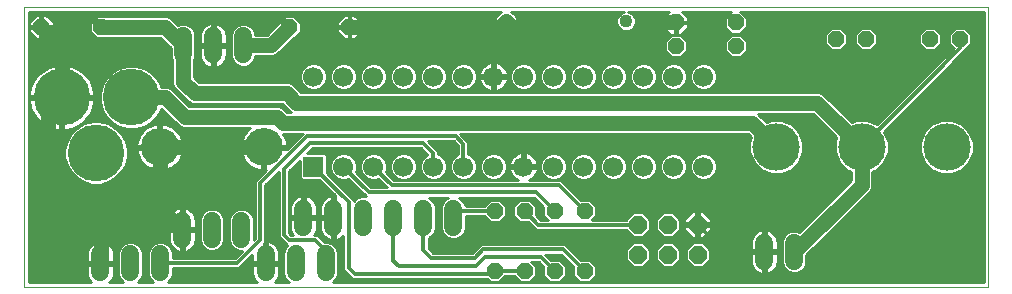
<source format=gbl>
G75*
%MOIN*%
%OFA0B0*%
%FSLAX24Y24*%
%IPPOS*%
%LPD*%
%AMOC8*
5,1,8,0,0,1.08239X$1,22.5*
%
%ADD10C,0.0000*%
%ADD11R,0.0669X0.0669*%
%ADD12C,0.0669*%
%ADD13C,0.1890*%
%ADD14C,0.1266*%
%ADD15C,0.0594*%
%ADD16C,0.1581*%
%ADD17C,0.0600*%
%ADD18OC8,0.0520*%
%ADD19C,0.0436*%
%ADD20OC8,0.0600*%
%ADD21C,0.0500*%
%ADD22C,0.0120*%
%ADD23C,0.0100*%
D10*
X001936Y000937D02*
X001936Y010268D01*
X034082Y010268D01*
X034082Y000937D01*
X001936Y000937D01*
D11*
X011578Y004949D03*
D12*
X012578Y004949D03*
X013578Y004949D03*
X014578Y004949D03*
X015578Y004949D03*
X016578Y004949D03*
X017578Y004949D03*
X018578Y004949D03*
X019578Y004949D03*
X020578Y004949D03*
X021578Y004949D03*
X022578Y004949D03*
X023578Y004949D03*
X024578Y004949D03*
X024578Y007949D03*
X023578Y007949D03*
X022578Y007949D03*
X021578Y007949D03*
X020578Y007949D03*
X019578Y007949D03*
X018578Y007949D03*
X017578Y007949D03*
X016578Y007949D03*
X015578Y007949D03*
X014578Y007949D03*
X013578Y007949D03*
X012578Y007949D03*
X011578Y007949D03*
D13*
X005515Y007256D03*
X003192Y007256D03*
X004334Y005406D03*
D14*
X006464Y005603D03*
X009928Y005603D03*
D15*
X009180Y003144D02*
X009180Y002550D01*
X008196Y002550D02*
X008196Y003144D01*
X007212Y003144D02*
X007212Y002550D01*
D16*
X027015Y005603D03*
X029849Y005603D03*
X032684Y005603D03*
D17*
X027604Y002407D02*
X027604Y001807D01*
X026604Y001807D02*
X026604Y002407D01*
X016247Y002946D02*
X016247Y003546D01*
X015247Y003546D02*
X015247Y002946D01*
X014247Y002946D02*
X014247Y003546D01*
X013247Y003546D02*
X013247Y002946D01*
X012247Y002946D02*
X012247Y003546D01*
X011247Y003546D02*
X011247Y002946D01*
X010991Y002025D02*
X010991Y001425D01*
X009991Y001425D02*
X009991Y002025D01*
X011991Y002025D02*
X011991Y001425D01*
X006479Y001425D02*
X006479Y002025D01*
X005479Y002025D02*
X005479Y001425D01*
X004479Y001425D02*
X004479Y002025D01*
X007235Y008693D02*
X007235Y009293D01*
X008235Y009293D02*
X008235Y008693D01*
X009235Y008693D02*
X009235Y009293D01*
D18*
X010779Y009599D03*
X012779Y009599D03*
X004511Y009599D03*
X002511Y009599D03*
X017617Y003474D03*
X018617Y003474D03*
X019617Y003474D03*
X020617Y003474D03*
X020617Y001474D03*
X019617Y001474D03*
X018617Y001474D03*
X017617Y001474D03*
X023653Y008969D03*
X025653Y008969D03*
X025653Y009756D03*
X023653Y009756D03*
X028995Y009205D03*
X029995Y009205D03*
X032145Y009205D03*
X033145Y009205D03*
D19*
X022002Y009796D03*
X018002Y009796D03*
D20*
X022393Y003012D03*
X023393Y003012D03*
X024393Y003012D03*
X024393Y002012D03*
X023393Y002012D03*
X022393Y002012D03*
D21*
X027604Y002107D02*
X029849Y004353D01*
X029849Y005603D01*
X028375Y007077D01*
X011010Y007077D01*
X010690Y007397D01*
X007620Y007397D01*
X007235Y007782D01*
X007235Y008993D01*
X006629Y009599D01*
X004511Y009599D01*
X003192Y008918D02*
X002511Y009599D01*
X003192Y008918D02*
X003192Y007256D01*
X002730Y006794D01*
X002730Y004277D01*
X003220Y003787D01*
X004490Y003787D01*
X004490Y001735D01*
X004479Y001725D01*
X005875Y004184D02*
X007212Y002847D01*
X005875Y004292D02*
X005370Y003787D01*
X004490Y003787D01*
X005875Y004184D02*
X005875Y004292D01*
X006464Y004881D01*
X006464Y005603D01*
X009928Y005603D01*
X010560Y006407D02*
X010360Y006607D01*
X007290Y006607D01*
X006641Y007256D01*
X005515Y007256D01*
X009235Y008993D02*
X010172Y008993D01*
X010779Y009599D01*
X012779Y009599D02*
X017805Y009599D01*
X017862Y009655D01*
X018002Y009796D01*
X018680Y009117D01*
X022320Y009117D01*
X022959Y009756D01*
X023653Y009756D01*
X026210Y006407D02*
X010560Y006407D01*
X026210Y006407D02*
X027015Y005603D01*
D22*
X029849Y005603D02*
X033145Y008898D01*
X033145Y009205D01*
X020617Y003474D02*
X019763Y004327D01*
X014200Y004327D01*
X013578Y004949D01*
X013440Y004087D02*
X012578Y004949D01*
X011578Y004949D02*
X012750Y003777D01*
X012750Y001567D01*
X012950Y001367D01*
X017511Y001367D01*
X017617Y001474D01*
X018617Y001474D01*
X019153Y001937D02*
X017300Y001937D01*
X017000Y001637D01*
X014420Y001637D01*
X014247Y001810D01*
X014247Y003246D01*
X015247Y003246D02*
X015247Y002170D01*
X015510Y001907D01*
X016950Y001907D01*
X017230Y002187D01*
X019903Y002187D01*
X020617Y001474D01*
X019617Y001474D02*
X019153Y001937D01*
X019079Y003012D02*
X022393Y003012D01*
X024393Y003012D02*
X025298Y002107D01*
X026604Y002107D01*
X019617Y003474D02*
X019003Y004087D01*
X013440Y004087D01*
X012247Y003246D02*
X011991Y002990D01*
X012247Y003246D02*
X011247Y003246D01*
X010606Y002667D02*
X010776Y002497D01*
X011646Y002497D01*
X011991Y002152D01*
X011991Y001725D01*
X010606Y002667D02*
X010606Y004864D01*
X011480Y005737D01*
X015230Y005737D01*
X015578Y005389D01*
X015578Y004949D01*
X016578Y004949D02*
X016578Y005709D01*
X016320Y005967D01*
X011380Y005967D01*
X009810Y004397D01*
X009810Y002497D01*
X009037Y001725D01*
X006479Y001725D01*
X016247Y003246D02*
X016475Y003474D01*
X017617Y003474D01*
X018617Y003474D02*
X019079Y003012D01*
X017578Y007949D02*
X017578Y009371D01*
X017862Y009655D01*
D23*
X017993Y009704D02*
X018011Y009704D01*
X018011Y009787D02*
X018011Y009428D01*
X018038Y009428D01*
X018110Y009442D01*
X018177Y009469D01*
X018237Y009510D01*
X018288Y009561D01*
X018328Y009621D01*
X018356Y009688D01*
X018370Y009759D01*
X018370Y009787D01*
X018011Y009787D01*
X018011Y009805D01*
X018370Y009805D01*
X018370Y009832D01*
X018356Y009903D01*
X018328Y009970D01*
X018288Y010030D01*
X018237Y010082D01*
X018182Y010118D01*
X021923Y010118D01*
X021816Y010074D01*
X021724Y009982D01*
X021674Y009861D01*
X021674Y009730D01*
X021724Y009610D01*
X021816Y009518D01*
X021937Y009468D01*
X022067Y009468D01*
X022188Y009518D01*
X022280Y009610D01*
X022330Y009730D01*
X022330Y009861D01*
X022280Y009982D01*
X022188Y010074D01*
X022081Y010118D01*
X023435Y010118D01*
X023243Y009926D01*
X023243Y009786D01*
X023623Y009786D01*
X023623Y009726D01*
X023683Y009726D01*
X023683Y009786D01*
X024063Y009786D01*
X024063Y009926D01*
X023871Y010118D01*
X025491Y010118D01*
X025283Y009910D01*
X025283Y009603D01*
X025499Y009386D01*
X025806Y009386D01*
X026023Y009603D01*
X026023Y009910D01*
X025814Y010118D01*
X033932Y010118D01*
X033932Y001087D01*
X012234Y001087D01*
X012339Y001193D01*
X012401Y001343D01*
X012401Y002106D01*
X012339Y002257D01*
X012223Y002372D01*
X012073Y002435D01*
X011949Y002435D01*
X011716Y002667D01*
X011601Y002667D01*
X011632Y002710D01*
X011664Y002773D01*
X011686Y002841D01*
X011697Y002910D01*
X011697Y003196D01*
X011297Y003196D01*
X011297Y003296D01*
X011197Y003296D01*
X011197Y003994D01*
X011142Y003985D01*
X011074Y003963D01*
X011011Y003931D01*
X010954Y003889D01*
X010904Y003839D01*
X010862Y003782D01*
X010830Y003719D01*
X010808Y003651D01*
X010797Y003581D01*
X010797Y003296D01*
X011197Y003296D01*
X011197Y003196D01*
X010797Y003196D01*
X010797Y002910D01*
X010808Y002841D01*
X010830Y002773D01*
X010862Y002710D01*
X010893Y002667D01*
X010846Y002667D01*
X010776Y002738D01*
X010776Y004793D01*
X011133Y005150D01*
X011133Y004569D01*
X011198Y004505D01*
X011782Y004505D01*
X012297Y003990D01*
X012297Y003296D01*
X012197Y003296D01*
X012197Y003994D01*
X012142Y003985D01*
X012074Y003963D01*
X012011Y003931D01*
X011954Y003889D01*
X011904Y003839D01*
X011862Y003782D01*
X011830Y003719D01*
X011808Y003651D01*
X011797Y003581D01*
X011797Y003296D01*
X012197Y003296D01*
X012197Y003196D01*
X011797Y003196D01*
X011797Y002910D01*
X011808Y002841D01*
X011830Y002773D01*
X011862Y002710D01*
X011904Y002653D01*
X011954Y002603D01*
X012011Y002561D01*
X012074Y002529D01*
X012142Y002507D01*
X012197Y002498D01*
X012197Y003196D01*
X012297Y003196D01*
X012297Y002498D01*
X012352Y002507D01*
X012420Y002529D01*
X012483Y002561D01*
X012540Y002603D01*
X012580Y002642D01*
X012580Y001497D01*
X012780Y001297D01*
X012879Y001197D01*
X017370Y001197D01*
X017464Y001104D01*
X017770Y001104D01*
X017970Y001304D01*
X018264Y001304D01*
X018464Y001104D01*
X018770Y001104D01*
X018987Y001320D01*
X018987Y001627D01*
X018847Y001767D01*
X019083Y001767D01*
X019247Y001603D01*
X019247Y001320D01*
X019464Y001104D01*
X019770Y001104D01*
X019987Y001320D01*
X019987Y001627D01*
X019770Y001844D01*
X019488Y001844D01*
X019314Y002017D01*
X019833Y002017D01*
X020247Y001603D01*
X020247Y001320D01*
X020464Y001104D01*
X020770Y001104D01*
X020987Y001320D01*
X020987Y001627D01*
X020770Y001844D01*
X020488Y001844D01*
X020073Y002258D01*
X019974Y002357D01*
X017159Y002357D01*
X016879Y002077D01*
X015580Y002077D01*
X015417Y002240D01*
X015417Y002573D01*
X015479Y002598D01*
X015595Y002714D01*
X015657Y002864D01*
X015657Y003627D01*
X015595Y003778D01*
X015479Y003893D01*
X015422Y003917D01*
X016073Y003917D01*
X016015Y003893D01*
X015899Y003778D01*
X015837Y003627D01*
X015837Y002864D01*
X015899Y002714D01*
X016015Y002598D01*
X016165Y002536D01*
X016329Y002536D01*
X016479Y002598D01*
X016595Y002714D01*
X016657Y002864D01*
X016657Y003304D01*
X017264Y003304D01*
X017464Y003104D01*
X017770Y003104D01*
X017987Y003320D01*
X017987Y003627D01*
X017770Y003844D01*
X017464Y003844D01*
X017264Y003644D01*
X016650Y003644D01*
X016595Y003778D01*
X016479Y003893D01*
X016422Y003917D01*
X018933Y003917D01*
X019247Y003603D01*
X019247Y003320D01*
X019385Y003182D01*
X019149Y003182D01*
X018987Y003344D01*
X018987Y003627D01*
X018770Y003844D01*
X018464Y003844D01*
X018247Y003627D01*
X018247Y003320D01*
X018464Y003104D01*
X018747Y003104D01*
X018909Y002942D01*
X019008Y002842D01*
X021983Y002842D01*
X022223Y002602D01*
X022563Y002602D01*
X022803Y002842D01*
X022803Y003182D01*
X022563Y003422D01*
X022223Y003422D01*
X021983Y003182D01*
X020849Y003182D01*
X020987Y003320D01*
X020987Y003627D01*
X020770Y003844D01*
X020488Y003844D01*
X019933Y004398D01*
X019834Y004497D01*
X018756Y004497D01*
X018764Y004500D01*
X018832Y004535D01*
X018893Y004580D01*
X018947Y004633D01*
X018992Y004695D01*
X019027Y004763D01*
X019050Y004836D01*
X019061Y004901D01*
X018626Y004901D01*
X018626Y004998D01*
X018529Y004998D01*
X018529Y005432D01*
X018464Y005422D01*
X018392Y005398D01*
X018324Y005364D01*
X018262Y005319D01*
X018208Y005265D01*
X018163Y005203D01*
X018129Y005135D01*
X018105Y005063D01*
X018095Y004998D01*
X018529Y004998D01*
X018529Y004901D01*
X018095Y004901D01*
X018105Y004836D01*
X018129Y004763D01*
X018163Y004695D01*
X018208Y004633D01*
X018262Y004580D01*
X018324Y004535D01*
X018392Y004500D01*
X018400Y004497D01*
X014270Y004497D01*
X013988Y004779D01*
X014022Y004861D01*
X014022Y005038D01*
X013955Y005201D01*
X013830Y005326D01*
X013666Y005394D01*
X013489Y005394D01*
X013326Y005326D01*
X013201Y005201D01*
X013133Y005038D01*
X013133Y004861D01*
X013201Y004697D01*
X013326Y004572D01*
X013489Y004505D01*
X013666Y004505D01*
X013748Y004538D01*
X014029Y004257D01*
X013510Y004257D01*
X012988Y004779D01*
X013022Y004861D01*
X013022Y005038D01*
X012955Y005201D01*
X012830Y005326D01*
X012666Y005394D01*
X012489Y005394D01*
X012326Y005326D01*
X012201Y005201D01*
X012133Y005038D01*
X012133Y004861D01*
X012201Y004697D01*
X012326Y004572D01*
X012489Y004505D01*
X012666Y004505D01*
X012748Y004538D01*
X013332Y003954D01*
X013329Y003956D01*
X013165Y003956D01*
X013015Y003893D01*
X012920Y003798D01*
X012920Y003848D01*
X012820Y003947D01*
X012022Y004745D01*
X012022Y005329D01*
X011958Y005394D01*
X011377Y005394D01*
X011550Y005567D01*
X015160Y005567D01*
X015159Y005567D02*
X015379Y005348D01*
X015326Y005326D01*
X015201Y005201D01*
X015133Y005038D01*
X015133Y004861D01*
X015201Y004697D01*
X015326Y004572D01*
X015489Y004505D01*
X015666Y004505D01*
X015830Y004572D01*
X015955Y004697D01*
X016022Y004861D01*
X016022Y005038D01*
X015955Y005201D01*
X015830Y005326D01*
X015748Y005360D01*
X015748Y005460D01*
X015410Y005797D01*
X016249Y005797D01*
X016408Y005639D01*
X016408Y005360D01*
X016326Y005326D01*
X016201Y005201D01*
X016133Y005038D01*
X016133Y004861D01*
X016201Y004697D01*
X016326Y004572D01*
X016489Y004505D01*
X016666Y004505D01*
X016830Y004572D01*
X016955Y004697D01*
X017022Y004861D01*
X017022Y005038D01*
X016955Y005201D01*
X016830Y005326D01*
X016748Y005360D01*
X016748Y005780D01*
X016648Y005879D01*
X016480Y006047D01*
X026061Y006047D01*
X026176Y005932D01*
X026114Y005782D01*
X026114Y005424D01*
X026251Y005093D01*
X026505Y004839D01*
X026836Y004702D01*
X027194Y004702D01*
X027525Y004839D01*
X027778Y005093D01*
X027915Y005424D01*
X027915Y005782D01*
X027778Y006113D01*
X027525Y006366D01*
X027194Y006503D01*
X026836Y006503D01*
X026686Y006441D01*
X026515Y006611D01*
X026414Y006713D01*
X026402Y006717D01*
X028226Y006717D01*
X029011Y005932D01*
X028949Y005782D01*
X028949Y005424D01*
X029086Y005093D01*
X029339Y004839D01*
X029489Y004777D01*
X029489Y004502D01*
X027770Y002782D01*
X027685Y002817D01*
X027522Y002817D01*
X027372Y002755D01*
X027256Y002639D01*
X027194Y002489D01*
X027194Y001725D01*
X027047Y001725D01*
X027043Y001702D02*
X027054Y001772D01*
X027054Y002057D01*
X026654Y002057D01*
X026654Y002157D01*
X027054Y002157D01*
X027054Y002442D01*
X027043Y002512D01*
X027021Y002580D01*
X026989Y002643D01*
X026947Y002700D01*
X026897Y002750D01*
X026840Y002792D01*
X026777Y002824D01*
X026709Y002846D01*
X026654Y002855D01*
X026654Y002157D01*
X026554Y002157D01*
X026554Y002855D01*
X026498Y002846D01*
X026431Y002824D01*
X026368Y002792D01*
X026311Y002750D01*
X026261Y002700D01*
X026219Y002643D01*
X026187Y002580D01*
X026165Y002512D01*
X026154Y002442D01*
X026154Y002157D01*
X026554Y002157D01*
X026554Y002057D01*
X026654Y002057D01*
X026654Y001359D01*
X026709Y001368D01*
X026777Y001390D01*
X026840Y001422D01*
X026897Y001464D01*
X026947Y001514D01*
X026989Y001571D01*
X027021Y001634D01*
X027043Y001702D01*
X027017Y001627D02*
X027235Y001627D01*
X027256Y001575D02*
X027372Y001459D01*
X027522Y001397D01*
X027685Y001397D01*
X027836Y001459D01*
X027951Y001575D01*
X028014Y001725D01*
X033932Y001725D01*
X033932Y001627D02*
X027973Y001627D01*
X028014Y001725D02*
X028014Y002008D01*
X030155Y004149D01*
X030209Y004281D01*
X030209Y004777D01*
X030360Y004839D01*
X030613Y005093D01*
X030750Y005424D01*
X030750Y005782D01*
X030613Y006113D01*
X030606Y006119D01*
X033215Y008728D01*
X033315Y008828D01*
X033315Y008852D01*
X033515Y009052D01*
X033515Y009358D01*
X033298Y009575D01*
X032991Y009575D01*
X032775Y009358D01*
X032775Y009052D01*
X032916Y008910D01*
X030366Y006360D01*
X030360Y006366D01*
X030029Y006503D01*
X029670Y006503D01*
X029520Y006441D01*
X028680Y007281D01*
X028579Y007383D01*
X028446Y007437D01*
X011159Y007437D01*
X010894Y007703D01*
X010761Y007757D01*
X007769Y007757D01*
X007595Y007931D01*
X007595Y008490D01*
X007645Y008611D01*
X007645Y009374D01*
X007583Y009525D01*
X007467Y009640D01*
X007317Y009703D01*
X007154Y009703D01*
X007069Y009668D01*
X006833Y009904D01*
X006701Y009959D01*
X004674Y009959D01*
X004664Y009969D01*
X004358Y009969D01*
X004141Y009752D01*
X004141Y009446D01*
X004358Y009229D01*
X004664Y009229D01*
X004674Y009239D01*
X006480Y009239D01*
X006825Y008893D01*
X006825Y008611D01*
X006875Y008490D01*
X006875Y007710D01*
X006930Y007578D01*
X007315Y007193D01*
X007416Y007092D01*
X007548Y007037D01*
X010541Y007037D01*
X010806Y006772D01*
X010817Y006767D01*
X010709Y006767D01*
X010665Y006811D01*
X010665Y006811D01*
X010564Y006913D01*
X010431Y006967D01*
X007439Y006967D01*
X006845Y007561D01*
X006712Y007616D01*
X006510Y007616D01*
X006498Y007663D01*
X006359Y007904D01*
X006162Y008100D01*
X005922Y008239D01*
X005654Y008311D01*
X005376Y008311D01*
X005108Y008239D01*
X004867Y008100D01*
X004671Y007904D01*
X004532Y007663D01*
X004460Y007395D01*
X004460Y007117D01*
X004532Y006849D01*
X004671Y006609D01*
X004867Y006412D01*
X005108Y006273D01*
X005376Y006201D01*
X005654Y006201D01*
X005922Y006273D01*
X006162Y006412D01*
X006359Y006609D01*
X006498Y006849D01*
X006506Y006882D01*
X006985Y006403D01*
X007086Y006302D01*
X007218Y006247D01*
X009482Y006247D01*
X009411Y006193D01*
X009338Y006120D01*
X009276Y006039D01*
X009224Y005950D01*
X009185Y005855D01*
X009158Y005756D01*
X009145Y005654D01*
X009145Y005653D01*
X009878Y005653D01*
X009878Y005553D01*
X009145Y005553D01*
X009145Y005551D01*
X009158Y005450D01*
X009185Y005351D01*
X009224Y005256D01*
X009276Y005167D01*
X009338Y005085D01*
X009411Y005013D01*
X009492Y004950D01*
X009581Y004899D01*
X009676Y004860D01*
X009775Y004833D01*
X009877Y004820D01*
X009878Y004820D01*
X009878Y005553D01*
X009978Y005553D01*
X009978Y005653D01*
X010711Y005653D01*
X010711Y005654D01*
X010698Y005756D01*
X010671Y005855D01*
X010632Y005950D01*
X010581Y006039D01*
X010574Y006047D01*
X011219Y006047D01*
X011210Y006038D01*
X010709Y005537D01*
X010711Y005551D01*
X010711Y005553D01*
X009978Y005553D01*
X009978Y004820D01*
X009979Y004820D01*
X009993Y004822D01*
X009640Y004468D01*
X009640Y002568D01*
X009587Y002515D01*
X009587Y003225D01*
X009525Y003374D01*
X009411Y003489D01*
X009261Y003551D01*
X009099Y003551D01*
X008950Y003489D01*
X008835Y003374D01*
X008773Y003225D01*
X008773Y002469D01*
X008835Y002320D01*
X008950Y002205D01*
X009099Y002143D01*
X009215Y002143D01*
X008967Y001895D01*
X006889Y001895D01*
X006889Y002106D01*
X006827Y002257D01*
X006712Y002372D01*
X006561Y002435D01*
X006398Y002435D01*
X006247Y002372D01*
X006132Y002257D01*
X006069Y002106D01*
X006069Y001343D01*
X006132Y001193D01*
X006237Y001087D01*
X005722Y001087D01*
X005827Y001193D01*
X005889Y001343D01*
X005889Y002106D01*
X005827Y002257D01*
X005712Y002372D01*
X005561Y002435D01*
X005398Y002435D01*
X005247Y002372D01*
X005132Y002257D01*
X005069Y002106D01*
X005069Y001343D01*
X005132Y001193D01*
X005237Y001087D01*
X004778Y001087D01*
X004823Y001132D01*
X004864Y001189D01*
X004896Y001252D01*
X004918Y001319D01*
X004929Y001389D01*
X004929Y001675D01*
X004529Y001675D01*
X004529Y001775D01*
X004429Y001775D01*
X004429Y001675D01*
X004029Y001675D01*
X004029Y001389D01*
X004040Y001319D01*
X004062Y001252D01*
X004094Y001189D01*
X004136Y001132D01*
X004180Y001087D01*
X002086Y001087D01*
X002086Y010118D01*
X017822Y010118D01*
X017768Y010082D01*
X017716Y010030D01*
X017676Y009970D01*
X017648Y009903D01*
X017634Y009832D01*
X017634Y009805D01*
X017993Y009805D01*
X017993Y009787D01*
X017634Y009787D01*
X017634Y009759D01*
X017648Y009688D01*
X017676Y009621D01*
X017716Y009561D01*
X017768Y009510D01*
X017828Y009469D01*
X017895Y009442D01*
X017966Y009428D01*
X017993Y009428D01*
X017993Y009787D01*
X018011Y009787D01*
X018011Y009802D02*
X021674Y009802D01*
X021685Y009704D02*
X018359Y009704D01*
X018318Y009605D02*
X021728Y009605D01*
X021842Y009507D02*
X018233Y009507D01*
X018011Y009507D02*
X017993Y009507D01*
X017993Y009605D02*
X018011Y009605D01*
X017993Y009802D02*
X013155Y009802D01*
X013189Y009769D02*
X012948Y010009D01*
X012809Y010009D01*
X012809Y009629D01*
X013189Y009629D01*
X013189Y009769D01*
X013189Y009704D02*
X017645Y009704D01*
X017687Y009605D02*
X012809Y009605D01*
X012809Y009629D02*
X012809Y009569D01*
X013189Y009569D01*
X013189Y009429D01*
X012948Y009189D01*
X012809Y009189D01*
X012809Y009569D01*
X012749Y009569D01*
X012749Y009189D01*
X012609Y009189D01*
X012369Y009429D01*
X012369Y009569D01*
X012749Y009569D01*
X012749Y009629D01*
X012749Y010009D01*
X012609Y010009D01*
X012369Y009769D01*
X012369Y009629D01*
X012749Y009629D01*
X012809Y009629D01*
X012749Y009605D02*
X011149Y009605D01*
X011149Y009507D02*
X012369Y009507D01*
X012389Y009408D02*
X011111Y009408D01*
X011149Y009446D02*
X010932Y009229D01*
X010918Y009229D01*
X010376Y008687D01*
X010244Y008633D01*
X009645Y008633D01*
X009645Y008611D01*
X009583Y008460D01*
X009467Y008345D01*
X009317Y008283D01*
X009154Y008283D01*
X009003Y008345D01*
X008888Y008460D01*
X008825Y008611D01*
X008825Y009374D01*
X008888Y009525D01*
X009003Y009640D01*
X009154Y009703D01*
X009317Y009703D01*
X009467Y009640D01*
X009583Y009525D01*
X009645Y009374D01*
X009645Y009353D01*
X010023Y009353D01*
X010409Y009738D01*
X010409Y009752D01*
X010625Y009969D01*
X010932Y009969D01*
X011149Y009752D01*
X011149Y009446D01*
X011013Y009310D02*
X012488Y009310D01*
X012586Y009211D02*
X010900Y009211D01*
X010802Y009113D02*
X023283Y009113D01*
X023283Y009122D02*
X023283Y008816D01*
X023499Y008599D01*
X023806Y008599D01*
X024023Y008816D01*
X024023Y009122D01*
X023806Y009339D01*
X023499Y009339D01*
X023283Y009122D01*
X023283Y009014D02*
X010703Y009014D01*
X010605Y008916D02*
X023283Y008916D01*
X023283Y008817D02*
X010506Y008817D01*
X010408Y008719D02*
X023379Y008719D01*
X023478Y008620D02*
X009645Y008620D01*
X009608Y008522D02*
X032528Y008522D01*
X032430Y008423D02*
X017682Y008423D01*
X017691Y008422D02*
X017626Y008432D01*
X017626Y007998D01*
X017529Y007998D01*
X017529Y008432D01*
X017464Y008422D01*
X017392Y008398D01*
X017324Y008364D01*
X017262Y008319D01*
X017208Y008265D01*
X017163Y008203D01*
X017129Y008135D01*
X017105Y008063D01*
X017095Y007998D01*
X017529Y007998D01*
X017529Y007901D01*
X017095Y007901D01*
X017105Y007836D01*
X017129Y007763D01*
X017163Y007695D01*
X017208Y007633D01*
X017262Y007580D01*
X017324Y007535D01*
X017392Y007500D01*
X017464Y007477D01*
X017529Y007466D01*
X017529Y007901D01*
X017626Y007901D01*
X017626Y007998D01*
X018061Y007998D01*
X018050Y008063D01*
X018027Y008135D01*
X017992Y008203D01*
X017947Y008265D01*
X017893Y008319D01*
X017832Y008364D01*
X017764Y008398D01*
X017691Y008422D01*
X017626Y008423D02*
X017529Y008423D01*
X017474Y008423D02*
X009546Y008423D01*
X009419Y008325D02*
X011325Y008325D01*
X011326Y008326D02*
X011201Y008201D01*
X011133Y008038D01*
X011133Y007861D01*
X011201Y007697D01*
X011326Y007572D01*
X011489Y007505D01*
X011666Y007505D01*
X011830Y007572D01*
X011955Y007697D01*
X012022Y007861D01*
X012022Y008038D01*
X011955Y008201D01*
X011830Y008326D01*
X011666Y008394D01*
X011489Y008394D01*
X011326Y008326D01*
X011226Y008226D02*
X007595Y008226D01*
X007595Y008128D02*
X011170Y008128D01*
X011133Y008029D02*
X007595Y008029D01*
X007595Y007931D02*
X011133Y007931D01*
X011145Y007832D02*
X007694Y007832D01*
X006906Y007635D02*
X006505Y007635D01*
X006457Y007734D02*
X006875Y007734D01*
X006875Y007832D02*
X006400Y007832D01*
X006332Y007931D02*
X006875Y007931D01*
X006875Y008029D02*
X006233Y008029D01*
X006115Y008128D02*
X006875Y008128D01*
X006875Y008226D02*
X005944Y008226D01*
X005085Y008226D02*
X003701Y008226D01*
X003722Y008216D02*
X003612Y008269D01*
X003496Y008310D01*
X003376Y008337D01*
X003253Y008351D01*
X003242Y008351D01*
X003242Y007306D01*
X004287Y007306D01*
X004287Y007318D01*
X004273Y007440D01*
X004246Y007560D01*
X004205Y007676D01*
X004152Y007787D01*
X004086Y007891D01*
X004010Y007987D01*
X003923Y008074D01*
X003827Y008151D01*
X003722Y008216D01*
X003855Y008128D02*
X004915Y008128D01*
X004796Y008029D02*
X003967Y008029D01*
X004054Y007931D02*
X004698Y007931D01*
X004629Y007832D02*
X004123Y007832D01*
X004177Y007734D02*
X004572Y007734D01*
X004524Y007635D02*
X004219Y007635D01*
X004251Y007537D02*
X004498Y007537D01*
X004471Y007438D02*
X004273Y007438D01*
X004284Y007340D02*
X004460Y007340D01*
X004460Y007241D02*
X003242Y007241D01*
X003242Y007206D02*
X003242Y007306D01*
X003142Y007306D01*
X003142Y007206D01*
X003242Y007206D01*
X003242Y006161D01*
X003253Y006161D01*
X003376Y006175D01*
X003496Y006203D01*
X003612Y006243D01*
X003722Y006297D01*
X003827Y006362D01*
X003923Y006439D01*
X004010Y006526D01*
X004086Y006622D01*
X004152Y006726D01*
X004205Y006837D01*
X004246Y006953D01*
X004273Y007073D01*
X004287Y007195D01*
X004287Y007206D01*
X003242Y007206D01*
X003242Y007143D02*
X003142Y007143D01*
X003142Y007206D02*
X003142Y006161D01*
X003130Y006161D01*
X003008Y006175D01*
X002888Y006203D01*
X002772Y006243D01*
X002661Y006297D01*
X002557Y006362D01*
X002461Y006439D01*
X002374Y006526D01*
X002298Y006622D01*
X002232Y006726D01*
X002179Y006837D01*
X002138Y006953D01*
X002111Y007073D01*
X002097Y007195D01*
X002097Y007206D01*
X003142Y007206D01*
X003142Y007241D02*
X002086Y007241D01*
X002097Y007306D02*
X003142Y007306D01*
X003142Y008351D01*
X003130Y008351D01*
X003008Y008337D01*
X002888Y008310D01*
X002772Y008269D01*
X002661Y008216D01*
X002557Y008151D01*
X002461Y008074D01*
X002374Y007987D01*
X002298Y007891D01*
X002232Y007787D01*
X002179Y007676D01*
X002138Y007560D01*
X002111Y007440D01*
X002097Y007318D01*
X002097Y007306D01*
X002100Y007340D02*
X002086Y007340D01*
X002086Y007438D02*
X002111Y007438D01*
X002133Y007537D02*
X002086Y007537D01*
X002086Y007635D02*
X002165Y007635D01*
X002207Y007734D02*
X002086Y007734D01*
X002086Y007832D02*
X002261Y007832D01*
X002330Y007931D02*
X002086Y007931D01*
X002086Y008029D02*
X002417Y008029D01*
X002529Y008128D02*
X002086Y008128D01*
X002086Y008226D02*
X002683Y008226D01*
X002954Y008325D02*
X002086Y008325D01*
X002086Y008423D02*
X006875Y008423D01*
X006875Y008325D02*
X003430Y008325D01*
X003242Y008325D02*
X003142Y008325D01*
X003142Y008226D02*
X003242Y008226D01*
X003242Y008128D02*
X003142Y008128D01*
X003142Y008029D02*
X003242Y008029D01*
X003242Y007931D02*
X003142Y007931D01*
X003142Y007832D02*
X003242Y007832D01*
X003242Y007734D02*
X003142Y007734D01*
X003142Y007635D02*
X003242Y007635D01*
X003242Y007537D02*
X003142Y007537D01*
X003142Y007438D02*
X003242Y007438D01*
X003242Y007340D02*
X003142Y007340D01*
X003142Y007044D02*
X003242Y007044D01*
X003242Y006946D02*
X003142Y006946D01*
X003142Y006847D02*
X003242Y006847D01*
X003242Y006749D02*
X003142Y006749D01*
X003142Y006650D02*
X003242Y006650D01*
X003242Y006552D02*
X003142Y006552D01*
X003142Y006453D02*
X003242Y006453D01*
X003242Y006355D02*
X003142Y006355D01*
X003142Y006256D02*
X003242Y006256D01*
X003490Y006054D02*
X003686Y006250D01*
X003926Y006389D01*
X004195Y006461D01*
X004473Y006461D01*
X004741Y006389D01*
X004981Y006250D01*
X005178Y006054D01*
X005317Y005813D01*
X005389Y005545D01*
X005389Y005267D01*
X005317Y004999D01*
X005178Y004758D01*
X004981Y004562D01*
X004741Y004423D01*
X004473Y004351D01*
X004195Y004351D01*
X003926Y004423D01*
X003686Y004562D01*
X003490Y004758D01*
X003351Y004999D01*
X003279Y005267D01*
X003279Y005545D01*
X003351Y005813D01*
X003490Y006054D01*
X003495Y006059D02*
X002086Y006059D01*
X002086Y005961D02*
X003436Y005961D01*
X003379Y005862D02*
X002086Y005862D01*
X002086Y005764D02*
X003337Y005764D01*
X003311Y005665D02*
X002086Y005665D01*
X002086Y005567D02*
X003285Y005567D01*
X003279Y005468D02*
X002086Y005468D01*
X002086Y005370D02*
X003279Y005370D01*
X003279Y005271D02*
X002086Y005271D01*
X002086Y005173D02*
X003304Y005173D01*
X003330Y005074D02*
X002086Y005074D01*
X002086Y004976D02*
X003364Y004976D01*
X003421Y004877D02*
X002086Y004877D01*
X002086Y004779D02*
X003478Y004779D01*
X003567Y004680D02*
X002086Y004680D01*
X002086Y004582D02*
X003666Y004582D01*
X003822Y004483D02*
X002086Y004483D01*
X002086Y004385D02*
X004068Y004385D01*
X004599Y004385D02*
X009640Y004385D01*
X009640Y004286D02*
X002086Y004286D01*
X002086Y004188D02*
X009640Y004188D01*
X009640Y004089D02*
X002086Y004089D01*
X002086Y003991D02*
X009640Y003991D01*
X009640Y003892D02*
X002086Y003892D01*
X002086Y003794D02*
X009640Y003794D01*
X009640Y003695D02*
X002086Y003695D01*
X002086Y003597D02*
X009640Y003597D01*
X009640Y003498D02*
X009387Y003498D01*
X009499Y003400D02*
X009640Y003400D01*
X009640Y003301D02*
X009555Y003301D01*
X009587Y003203D02*
X009640Y003203D01*
X009640Y003104D02*
X009587Y003104D01*
X009587Y003006D02*
X009640Y003006D01*
X009640Y002907D02*
X009587Y002907D01*
X009587Y002809D02*
X009640Y002809D01*
X009640Y002710D02*
X009587Y002710D01*
X009587Y002612D02*
X009640Y002612D01*
X009980Y002612D02*
X010436Y002612D01*
X010436Y002597D02*
X010606Y002427D01*
X010706Y002327D01*
X010714Y002327D01*
X010644Y002257D01*
X010581Y002106D01*
X010581Y001343D01*
X010644Y001193D01*
X010749Y001087D01*
X010290Y001087D01*
X010334Y001132D01*
X010376Y001189D01*
X010408Y001252D01*
X010430Y001319D01*
X010441Y001389D01*
X010441Y001675D01*
X010041Y001675D01*
X010041Y001775D01*
X009941Y001775D01*
X009941Y002388D01*
X009980Y002427D01*
X009980Y004327D01*
X010436Y004783D01*
X010436Y002597D01*
X010436Y002710D02*
X009980Y002710D01*
X009980Y002809D02*
X010436Y002809D01*
X010436Y002907D02*
X009980Y002907D01*
X009980Y003006D02*
X010436Y003006D01*
X010436Y003104D02*
X009980Y003104D01*
X009980Y003203D02*
X010436Y003203D01*
X010436Y003301D02*
X009980Y003301D01*
X009980Y003400D02*
X010436Y003400D01*
X010436Y003498D02*
X009980Y003498D01*
X009980Y003597D02*
X010436Y003597D01*
X010436Y003695D02*
X009980Y003695D01*
X009980Y003794D02*
X010436Y003794D01*
X010436Y003892D02*
X009980Y003892D01*
X009980Y003991D02*
X010436Y003991D01*
X010436Y004089D02*
X009980Y004089D01*
X009980Y004188D02*
X010436Y004188D01*
X010436Y004286D02*
X009980Y004286D01*
X010038Y004385D02*
X010436Y004385D01*
X010436Y004483D02*
X010136Y004483D01*
X010235Y004582D02*
X010436Y004582D01*
X010436Y004680D02*
X010333Y004680D01*
X010432Y004779D02*
X010436Y004779D01*
X010776Y004779D02*
X011133Y004779D01*
X011133Y004877D02*
X010860Y004877D01*
X010959Y004976D02*
X011133Y004976D01*
X011133Y005074D02*
X011057Y005074D01*
X011133Y004680D02*
X010776Y004680D01*
X010776Y004582D02*
X011133Y004582D01*
X010776Y004483D02*
X011803Y004483D01*
X011902Y004385D02*
X010776Y004385D01*
X010776Y004286D02*
X012000Y004286D01*
X012099Y004188D02*
X010776Y004188D01*
X010776Y004089D02*
X012197Y004089D01*
X012197Y003991D02*
X012296Y003991D01*
X012297Y003892D02*
X012197Y003892D01*
X012197Y003794D02*
X012297Y003794D01*
X012297Y003695D02*
X012197Y003695D01*
X012197Y003597D02*
X012297Y003597D01*
X012297Y003498D02*
X012197Y003498D01*
X012197Y003400D02*
X012297Y003400D01*
X012297Y003301D02*
X012197Y003301D01*
X012197Y003203D02*
X011297Y003203D01*
X011297Y003296D02*
X011697Y003296D01*
X011697Y003581D01*
X011686Y003651D01*
X011664Y003719D01*
X011632Y003782D01*
X011590Y003839D01*
X011540Y003889D01*
X011483Y003931D01*
X011420Y003963D01*
X011352Y003985D01*
X011297Y003994D01*
X011297Y003296D01*
X011297Y003301D02*
X011197Y003301D01*
X011197Y003203D02*
X010776Y003203D01*
X010776Y003301D02*
X010797Y003301D01*
X010797Y003400D02*
X010776Y003400D01*
X010776Y003498D02*
X010797Y003498D01*
X010800Y003597D02*
X010776Y003597D01*
X010776Y003695D02*
X010822Y003695D01*
X010776Y003794D02*
X010871Y003794D01*
X010958Y003892D02*
X010776Y003892D01*
X010776Y003991D02*
X011180Y003991D01*
X011197Y003991D02*
X011297Y003991D01*
X011314Y003991D02*
X012180Y003991D01*
X011958Y003892D02*
X011536Y003892D01*
X011623Y003794D02*
X011871Y003794D01*
X011822Y003695D02*
X011672Y003695D01*
X011695Y003597D02*
X011800Y003597D01*
X011797Y003498D02*
X011697Y003498D01*
X011697Y003400D02*
X011797Y003400D01*
X011797Y003301D02*
X011697Y003301D01*
X011697Y003104D02*
X011797Y003104D01*
X011797Y003006D02*
X011697Y003006D01*
X011697Y002907D02*
X011798Y002907D01*
X011818Y002809D02*
X011676Y002809D01*
X011632Y002710D02*
X011862Y002710D01*
X011945Y002612D02*
X011772Y002612D01*
X011870Y002513D02*
X012122Y002513D01*
X012197Y002513D02*
X012297Y002513D01*
X012372Y002513D02*
X012580Y002513D01*
X012580Y002415D02*
X012121Y002415D01*
X012279Y002316D02*
X012580Y002316D01*
X012580Y002218D02*
X012355Y002218D01*
X012396Y002119D02*
X012580Y002119D01*
X012580Y002021D02*
X012401Y002021D01*
X012401Y001922D02*
X012580Y001922D01*
X012580Y001824D02*
X012401Y001824D01*
X012401Y001725D02*
X012580Y001725D01*
X012580Y001627D02*
X012401Y001627D01*
X012401Y001528D02*
X012580Y001528D01*
X012647Y001430D02*
X012401Y001430D01*
X012396Y001331D02*
X012745Y001331D01*
X012844Y001233D02*
X012355Y001233D01*
X012281Y001134D02*
X017433Y001134D01*
X017801Y001134D02*
X018433Y001134D01*
X018335Y001233D02*
X017900Y001233D01*
X018801Y001134D02*
X019433Y001134D01*
X019335Y001233D02*
X018900Y001233D01*
X018987Y001331D02*
X019247Y001331D01*
X019247Y001430D02*
X018987Y001430D01*
X018987Y001528D02*
X019247Y001528D01*
X019224Y001627D02*
X018987Y001627D01*
X018889Y001725D02*
X019125Y001725D01*
X019409Y001922D02*
X019928Y001922D01*
X020027Y001824D02*
X019790Y001824D01*
X019889Y001725D02*
X020125Y001725D01*
X020224Y001627D02*
X019987Y001627D01*
X019987Y001528D02*
X020247Y001528D01*
X020247Y001430D02*
X019987Y001430D01*
X019987Y001331D02*
X020247Y001331D01*
X020335Y001233D02*
X019900Y001233D01*
X019801Y001134D02*
X020433Y001134D01*
X020801Y001134D02*
X033932Y001134D01*
X033932Y001233D02*
X020900Y001233D01*
X020987Y001331D02*
X033932Y001331D01*
X033932Y001430D02*
X027765Y001430D01*
X027905Y001528D02*
X033932Y001528D01*
X033932Y001824D02*
X028014Y001824D01*
X028014Y001922D02*
X033932Y001922D01*
X033932Y002021D02*
X028027Y002021D01*
X028125Y002119D02*
X033932Y002119D01*
X033932Y002218D02*
X028224Y002218D01*
X028322Y002316D02*
X033932Y002316D01*
X033932Y002415D02*
X028421Y002415D01*
X028519Y002513D02*
X033932Y002513D01*
X033932Y002612D02*
X028618Y002612D01*
X028716Y002710D02*
X033932Y002710D01*
X033932Y002809D02*
X028815Y002809D01*
X028913Y002907D02*
X033932Y002907D01*
X033932Y003006D02*
X029012Y003006D01*
X029110Y003104D02*
X033932Y003104D01*
X033932Y003203D02*
X029209Y003203D01*
X029307Y003301D02*
X033932Y003301D01*
X033932Y003400D02*
X029406Y003400D01*
X029504Y003498D02*
X033932Y003498D01*
X033932Y003597D02*
X029603Y003597D01*
X029701Y003695D02*
X033932Y003695D01*
X033932Y003794D02*
X029800Y003794D01*
X029898Y003892D02*
X033932Y003892D01*
X033932Y003991D02*
X029997Y003991D01*
X030095Y004089D02*
X033932Y004089D01*
X033932Y004188D02*
X030171Y004188D01*
X030209Y004286D02*
X033932Y004286D01*
X033932Y004385D02*
X030209Y004385D01*
X030209Y004483D02*
X033932Y004483D01*
X033932Y004582D02*
X030209Y004582D01*
X030209Y004680D02*
X033932Y004680D01*
X033932Y004779D02*
X033048Y004779D01*
X033194Y004839D02*
X033448Y005093D01*
X033585Y005424D01*
X033585Y005782D01*
X033448Y006113D01*
X033194Y006366D01*
X032863Y006503D01*
X032505Y006503D01*
X032174Y006366D01*
X031921Y006113D01*
X031784Y005782D01*
X031784Y005424D01*
X031921Y005093D01*
X032174Y004839D01*
X032505Y004702D01*
X032863Y004702D01*
X033194Y004839D01*
X033232Y004877D02*
X033932Y004877D01*
X033932Y004976D02*
X033331Y004976D01*
X033429Y005074D02*
X033932Y005074D01*
X033932Y005173D02*
X033481Y005173D01*
X033522Y005271D02*
X033932Y005271D01*
X033932Y005370D02*
X033562Y005370D01*
X033585Y005468D02*
X033932Y005468D01*
X033932Y005567D02*
X033585Y005567D01*
X033585Y005665D02*
X033932Y005665D01*
X033932Y005764D02*
X033585Y005764D01*
X033551Y005862D02*
X033932Y005862D01*
X033932Y005961D02*
X033510Y005961D01*
X033470Y006059D02*
X033932Y006059D01*
X033932Y006158D02*
X033402Y006158D01*
X033304Y006256D02*
X033932Y006256D01*
X033932Y006355D02*
X033205Y006355D01*
X032984Y006453D02*
X033932Y006453D01*
X033932Y006552D02*
X031039Y006552D01*
X031137Y006650D02*
X033932Y006650D01*
X033932Y006749D02*
X031236Y006749D01*
X031334Y006847D02*
X033932Y006847D01*
X033932Y006946D02*
X031433Y006946D01*
X031531Y007044D02*
X033932Y007044D01*
X033932Y007143D02*
X031630Y007143D01*
X031728Y007241D02*
X033932Y007241D01*
X033932Y007340D02*
X031827Y007340D01*
X031925Y007438D02*
X033932Y007438D01*
X033932Y007537D02*
X032024Y007537D01*
X032122Y007635D02*
X033932Y007635D01*
X033932Y007734D02*
X032221Y007734D01*
X032319Y007832D02*
X033932Y007832D01*
X033932Y007931D02*
X032418Y007931D01*
X032516Y008029D02*
X033932Y008029D01*
X033932Y008128D02*
X032615Y008128D01*
X032713Y008226D02*
X033932Y008226D01*
X033932Y008325D02*
X032812Y008325D01*
X032910Y008423D02*
X033932Y008423D01*
X033932Y008522D02*
X033009Y008522D01*
X033107Y008620D02*
X033932Y008620D01*
X033932Y008719D02*
X033206Y008719D01*
X033304Y008817D02*
X033932Y008817D01*
X033932Y008916D02*
X033379Y008916D01*
X033477Y009014D02*
X033932Y009014D01*
X033932Y009113D02*
X033515Y009113D01*
X033515Y009211D02*
X033932Y009211D01*
X033932Y009310D02*
X033515Y009310D01*
X033465Y009408D02*
X033932Y009408D01*
X033932Y009507D02*
X033366Y009507D01*
X032923Y009507D02*
X032366Y009507D01*
X032298Y009575D02*
X031991Y009575D01*
X031775Y009358D01*
X031775Y009052D01*
X031991Y008835D01*
X032298Y008835D01*
X032515Y009052D01*
X032515Y009358D01*
X032298Y009575D01*
X031923Y009507D02*
X030217Y009507D01*
X030148Y009575D02*
X029842Y009575D01*
X029625Y009358D01*
X029625Y009052D01*
X029842Y008835D01*
X030148Y008835D01*
X030365Y009052D01*
X030365Y009358D01*
X030148Y009575D01*
X029774Y009507D02*
X029217Y009507D01*
X029148Y009575D02*
X028842Y009575D01*
X028625Y009358D01*
X028625Y009052D01*
X028842Y008835D01*
X029148Y008835D01*
X029365Y009052D01*
X029365Y009358D01*
X029148Y009575D01*
X028774Y009507D02*
X025926Y009507D01*
X026023Y009605D02*
X033932Y009605D01*
X033932Y009704D02*
X026023Y009704D01*
X026023Y009802D02*
X033932Y009802D01*
X033932Y009901D02*
X026023Y009901D01*
X025933Y009999D02*
X033932Y009999D01*
X033932Y010098D02*
X025834Y010098D01*
X025471Y010098D02*
X023891Y010098D01*
X023989Y009999D02*
X025372Y009999D01*
X025283Y009901D02*
X024063Y009901D01*
X024063Y009802D02*
X025283Y009802D01*
X025283Y009704D02*
X024063Y009704D01*
X024063Y009726D02*
X023683Y009726D01*
X023683Y009346D01*
X023822Y009346D01*
X024063Y009586D01*
X024063Y009726D01*
X024063Y009605D02*
X025283Y009605D01*
X025379Y009507D02*
X023983Y009507D01*
X023885Y009408D02*
X025477Y009408D01*
X025499Y009339D02*
X025283Y009122D01*
X025283Y008816D01*
X025499Y008599D01*
X025806Y008599D01*
X026023Y008816D01*
X026023Y009122D01*
X025806Y009339D01*
X025499Y009339D01*
X025470Y009310D02*
X023835Y009310D01*
X023933Y009211D02*
X025372Y009211D01*
X025283Y009113D02*
X024023Y009113D01*
X024023Y009014D02*
X025283Y009014D01*
X025283Y008916D02*
X024023Y008916D01*
X024023Y008817D02*
X025283Y008817D01*
X025379Y008719D02*
X023926Y008719D01*
X023827Y008620D02*
X025478Y008620D01*
X025827Y008620D02*
X032627Y008620D01*
X032725Y008719D02*
X025926Y008719D01*
X026023Y008817D02*
X032824Y008817D01*
X032911Y008916D02*
X032379Y008916D01*
X032477Y009014D02*
X032812Y009014D01*
X032775Y009113D02*
X032515Y009113D01*
X032515Y009211D02*
X032775Y009211D01*
X032775Y009310D02*
X032515Y009310D01*
X032465Y009408D02*
X032825Y009408D01*
X031825Y009408D02*
X030315Y009408D01*
X030365Y009310D02*
X031775Y009310D01*
X031775Y009211D02*
X030365Y009211D01*
X030365Y009113D02*
X031775Y009113D01*
X031812Y009014D02*
X030328Y009014D01*
X030229Y008916D02*
X031911Y008916D01*
X032331Y008325D02*
X024831Y008325D01*
X024830Y008326D02*
X024666Y008394D01*
X024489Y008394D01*
X024326Y008326D01*
X024201Y008201D01*
X024133Y008038D01*
X024133Y007861D01*
X024201Y007697D01*
X024326Y007572D01*
X024489Y007505D01*
X024666Y007505D01*
X024830Y007572D01*
X024955Y007697D01*
X025022Y007861D01*
X025022Y008038D01*
X024955Y008201D01*
X024830Y008326D01*
X024929Y008226D02*
X032233Y008226D01*
X032134Y008128D02*
X024985Y008128D01*
X025022Y008029D02*
X032036Y008029D01*
X031937Y007931D02*
X025022Y007931D01*
X025011Y007832D02*
X031839Y007832D01*
X031740Y007734D02*
X024970Y007734D01*
X024893Y007635D02*
X031642Y007635D01*
X031543Y007537D02*
X024744Y007537D01*
X024411Y007537D02*
X023744Y007537D01*
X023666Y007505D02*
X023830Y007572D01*
X023955Y007697D01*
X024022Y007861D01*
X024022Y008038D01*
X023955Y008201D01*
X023830Y008326D01*
X023666Y008394D01*
X023489Y008394D01*
X023326Y008326D01*
X023201Y008201D01*
X023133Y008038D01*
X023133Y007861D01*
X023201Y007697D01*
X023326Y007572D01*
X023489Y007505D01*
X023666Y007505D01*
X023411Y007537D02*
X022744Y007537D01*
X022666Y007505D02*
X022830Y007572D01*
X022955Y007697D01*
X023022Y007861D01*
X023022Y008038D01*
X022955Y008201D01*
X022830Y008326D01*
X022666Y008394D01*
X022489Y008394D01*
X022326Y008326D01*
X022201Y008201D01*
X022133Y008038D01*
X022133Y007861D01*
X022201Y007697D01*
X022326Y007572D01*
X022489Y007505D01*
X022666Y007505D01*
X022411Y007537D02*
X021744Y007537D01*
X021666Y007505D02*
X021830Y007572D01*
X021955Y007697D01*
X022022Y007861D01*
X022022Y008038D01*
X021955Y008201D01*
X021830Y008326D01*
X021666Y008394D01*
X021489Y008394D01*
X021326Y008326D01*
X021201Y008201D01*
X021133Y008038D01*
X021133Y007861D01*
X021201Y007697D01*
X021326Y007572D01*
X021489Y007505D01*
X021666Y007505D01*
X021411Y007537D02*
X020744Y007537D01*
X020666Y007505D02*
X020830Y007572D01*
X020955Y007697D01*
X021022Y007861D01*
X021022Y008038D01*
X020955Y008201D01*
X020830Y008326D01*
X020666Y008394D01*
X020489Y008394D01*
X020326Y008326D01*
X020201Y008201D01*
X020133Y008038D01*
X020133Y007861D01*
X020201Y007697D01*
X020326Y007572D01*
X020489Y007505D01*
X020666Y007505D01*
X020411Y007537D02*
X019744Y007537D01*
X019666Y007505D02*
X019830Y007572D01*
X019955Y007697D01*
X020022Y007861D01*
X020022Y008038D01*
X019955Y008201D01*
X019830Y008326D01*
X019666Y008394D01*
X019489Y008394D01*
X019326Y008326D01*
X019201Y008201D01*
X019133Y008038D01*
X019133Y007861D01*
X019201Y007697D01*
X019326Y007572D01*
X019489Y007505D01*
X019666Y007505D01*
X019411Y007537D02*
X018744Y007537D01*
X018666Y007505D02*
X018830Y007572D01*
X018955Y007697D01*
X019022Y007861D01*
X019022Y008038D01*
X018955Y008201D01*
X018830Y008326D01*
X018666Y008394D01*
X018489Y008394D01*
X018326Y008326D01*
X018201Y008201D01*
X018133Y008038D01*
X018133Y007861D01*
X018201Y007697D01*
X018326Y007572D01*
X018489Y007505D01*
X018666Y007505D01*
X018411Y007537D02*
X017835Y007537D01*
X017832Y007535D02*
X017893Y007580D01*
X017947Y007633D01*
X017992Y007695D01*
X018027Y007763D01*
X018050Y007836D01*
X018061Y007901D01*
X017626Y007901D01*
X017626Y007466D01*
X017691Y007477D01*
X017764Y007500D01*
X017832Y007535D01*
X017949Y007635D02*
X018263Y007635D01*
X018186Y007734D02*
X018012Y007734D01*
X018049Y007832D02*
X018145Y007832D01*
X018133Y007931D02*
X017626Y007931D01*
X017529Y007931D02*
X017022Y007931D01*
X017022Y007861D02*
X016955Y007697D01*
X016830Y007572D01*
X016666Y007505D01*
X016489Y007505D01*
X016326Y007572D01*
X016201Y007697D01*
X016133Y007861D01*
X016133Y008038D01*
X016201Y008201D01*
X016326Y008326D01*
X016489Y008394D01*
X016666Y008394D01*
X016830Y008326D01*
X016955Y008201D01*
X017022Y008038D01*
X017022Y007861D01*
X017011Y007832D02*
X017106Y007832D01*
X017144Y007734D02*
X016970Y007734D01*
X016893Y007635D02*
X017207Y007635D01*
X017321Y007537D02*
X016744Y007537D01*
X016411Y007537D02*
X015744Y007537D01*
X015666Y007505D02*
X015830Y007572D01*
X015955Y007697D01*
X016022Y007861D01*
X016022Y008038D01*
X015955Y008201D01*
X015830Y008326D01*
X015666Y008394D01*
X015489Y008394D01*
X015326Y008326D01*
X015201Y008201D01*
X015133Y008038D01*
X015133Y007861D01*
X015201Y007697D01*
X015326Y007572D01*
X015489Y007505D01*
X015666Y007505D01*
X015411Y007537D02*
X014744Y007537D01*
X014666Y007505D02*
X014830Y007572D01*
X014955Y007697D01*
X015022Y007861D01*
X015022Y008038D01*
X014955Y008201D01*
X014830Y008326D01*
X014666Y008394D01*
X014489Y008394D01*
X014326Y008326D01*
X014201Y008201D01*
X014133Y008038D01*
X014133Y007861D01*
X014201Y007697D01*
X014326Y007572D01*
X014489Y007505D01*
X014666Y007505D01*
X014411Y007537D02*
X013744Y007537D01*
X013666Y007505D02*
X013830Y007572D01*
X013955Y007697D01*
X014022Y007861D01*
X014022Y008038D01*
X013955Y008201D01*
X013830Y008326D01*
X013666Y008394D01*
X013489Y008394D01*
X013326Y008326D01*
X013201Y008201D01*
X013133Y008038D01*
X013133Y007861D01*
X013201Y007697D01*
X013326Y007572D01*
X013489Y007505D01*
X013666Y007505D01*
X013411Y007537D02*
X012744Y007537D01*
X012666Y007505D02*
X012830Y007572D01*
X012955Y007697D01*
X013022Y007861D01*
X013022Y008038D01*
X012955Y008201D01*
X012830Y008326D01*
X012666Y008394D01*
X012489Y008394D01*
X012326Y008326D01*
X012201Y008201D01*
X012133Y008038D01*
X012133Y007861D01*
X012201Y007697D01*
X012326Y007572D01*
X012489Y007505D01*
X012666Y007505D01*
X012411Y007537D02*
X011744Y007537D01*
X011893Y007635D02*
X012263Y007635D01*
X012186Y007734D02*
X011970Y007734D01*
X012011Y007832D02*
X012145Y007832D01*
X012133Y007931D02*
X012022Y007931D01*
X012022Y008029D02*
X012133Y008029D01*
X012170Y008128D02*
X011985Y008128D01*
X011929Y008226D02*
X012226Y008226D01*
X012325Y008325D02*
X011831Y008325D01*
X012831Y008325D02*
X013325Y008325D01*
X013226Y008226D02*
X012929Y008226D01*
X012985Y008128D02*
X013170Y008128D01*
X013133Y008029D02*
X013022Y008029D01*
X013022Y007931D02*
X013133Y007931D01*
X013145Y007832D02*
X013011Y007832D01*
X012970Y007734D02*
X013186Y007734D01*
X013263Y007635D02*
X012893Y007635D01*
X013893Y007635D02*
X014263Y007635D01*
X014186Y007734D02*
X013970Y007734D01*
X014011Y007832D02*
X014145Y007832D01*
X014133Y007931D02*
X014022Y007931D01*
X014022Y008029D02*
X014133Y008029D01*
X014170Y008128D02*
X013985Y008128D01*
X013929Y008226D02*
X014226Y008226D01*
X014325Y008325D02*
X013831Y008325D01*
X014831Y008325D02*
X015325Y008325D01*
X015226Y008226D02*
X014929Y008226D01*
X014985Y008128D02*
X015170Y008128D01*
X015133Y008029D02*
X015022Y008029D01*
X015022Y007931D02*
X015133Y007931D01*
X015145Y007832D02*
X015011Y007832D01*
X014970Y007734D02*
X015186Y007734D01*
X015263Y007635D02*
X014893Y007635D01*
X015893Y007635D02*
X016263Y007635D01*
X016186Y007734D02*
X015970Y007734D01*
X016011Y007832D02*
X016145Y007832D01*
X016133Y007931D02*
X016022Y007931D01*
X016022Y008029D02*
X016133Y008029D01*
X016170Y008128D02*
X015985Y008128D01*
X015929Y008226D02*
X016226Y008226D01*
X016325Y008325D02*
X015831Y008325D01*
X016831Y008325D02*
X017270Y008325D01*
X017180Y008226D02*
X016929Y008226D01*
X016985Y008128D02*
X017126Y008128D01*
X017100Y008029D02*
X017022Y008029D01*
X017529Y008029D02*
X017626Y008029D01*
X017626Y008128D02*
X017529Y008128D01*
X017529Y008226D02*
X017626Y008226D01*
X017626Y008325D02*
X017529Y008325D01*
X017885Y008325D02*
X018325Y008325D01*
X018226Y008226D02*
X017975Y008226D01*
X018029Y008128D02*
X018170Y008128D01*
X018133Y008029D02*
X018056Y008029D01*
X017626Y007832D02*
X017529Y007832D01*
X017529Y007734D02*
X017626Y007734D01*
X017626Y007635D02*
X017529Y007635D01*
X017529Y007537D02*
X017626Y007537D01*
X018893Y007635D02*
X019263Y007635D01*
X019186Y007734D02*
X018970Y007734D01*
X019011Y007832D02*
X019145Y007832D01*
X019133Y007931D02*
X019022Y007931D01*
X019022Y008029D02*
X019133Y008029D01*
X019170Y008128D02*
X018985Y008128D01*
X018929Y008226D02*
X019226Y008226D01*
X019325Y008325D02*
X018831Y008325D01*
X019831Y008325D02*
X020325Y008325D01*
X020226Y008226D02*
X019929Y008226D01*
X019985Y008128D02*
X020170Y008128D01*
X020133Y008029D02*
X020022Y008029D01*
X020022Y007931D02*
X020133Y007931D01*
X020145Y007832D02*
X020011Y007832D01*
X019970Y007734D02*
X020186Y007734D01*
X020263Y007635D02*
X019893Y007635D01*
X020893Y007635D02*
X021263Y007635D01*
X021186Y007734D02*
X020970Y007734D01*
X021011Y007832D02*
X021145Y007832D01*
X021133Y007931D02*
X021022Y007931D01*
X021022Y008029D02*
X021133Y008029D01*
X021170Y008128D02*
X020985Y008128D01*
X020929Y008226D02*
X021226Y008226D01*
X021325Y008325D02*
X020831Y008325D01*
X021831Y008325D02*
X022325Y008325D01*
X022226Y008226D02*
X021929Y008226D01*
X021985Y008128D02*
X022170Y008128D01*
X022133Y008029D02*
X022022Y008029D01*
X022022Y007931D02*
X022133Y007931D01*
X022145Y007832D02*
X022011Y007832D01*
X021970Y007734D02*
X022186Y007734D01*
X022263Y007635D02*
X021893Y007635D01*
X022893Y007635D02*
X023263Y007635D01*
X023186Y007734D02*
X022970Y007734D01*
X023011Y007832D02*
X023145Y007832D01*
X023133Y007931D02*
X023022Y007931D01*
X023022Y008029D02*
X023133Y008029D01*
X023170Y008128D02*
X022985Y008128D01*
X022929Y008226D02*
X023226Y008226D01*
X023325Y008325D02*
X022831Y008325D01*
X023831Y008325D02*
X024325Y008325D01*
X024226Y008226D02*
X023929Y008226D01*
X023985Y008128D02*
X024170Y008128D01*
X024133Y008029D02*
X024022Y008029D01*
X024022Y007931D02*
X024133Y007931D01*
X024145Y007832D02*
X024011Y007832D01*
X023970Y007734D02*
X024186Y007734D01*
X024263Y007635D02*
X023893Y007635D01*
X026476Y006650D02*
X028293Y006650D01*
X028391Y006552D02*
X026575Y006552D01*
X026515Y006611D02*
X026515Y006611D01*
X026673Y006453D02*
X026715Y006453D01*
X027314Y006453D02*
X028490Y006453D01*
X028588Y006355D02*
X027536Y006355D01*
X027635Y006256D02*
X028687Y006256D01*
X028785Y006158D02*
X027733Y006158D01*
X027800Y006059D02*
X028884Y006059D01*
X028982Y005961D02*
X027841Y005961D01*
X027882Y005862D02*
X028982Y005862D01*
X028949Y005764D02*
X027915Y005764D01*
X027915Y005665D02*
X028949Y005665D01*
X028949Y005567D02*
X027915Y005567D01*
X027915Y005468D02*
X028949Y005468D01*
X028971Y005370D02*
X027893Y005370D01*
X027852Y005271D02*
X029012Y005271D01*
X029053Y005173D02*
X027811Y005173D01*
X027760Y005074D02*
X029104Y005074D01*
X029203Y004976D02*
X027661Y004976D01*
X027563Y004877D02*
X029301Y004877D01*
X029485Y004779D02*
X027379Y004779D01*
X026650Y004779D02*
X024988Y004779D01*
X024955Y004697D02*
X025022Y004861D01*
X025022Y005038D01*
X024955Y005201D01*
X024830Y005326D01*
X024666Y005394D01*
X024489Y005394D01*
X024326Y005326D01*
X024201Y005201D01*
X024133Y005038D01*
X024133Y004861D01*
X024201Y004697D01*
X024326Y004572D01*
X024489Y004505D01*
X024666Y004505D01*
X024830Y004572D01*
X024955Y004697D01*
X024938Y004680D02*
X029489Y004680D01*
X029489Y004582D02*
X024839Y004582D01*
X024316Y004582D02*
X023839Y004582D01*
X023830Y004572D02*
X023955Y004697D01*
X024022Y004861D01*
X024022Y005038D01*
X023955Y005201D01*
X023830Y005326D01*
X023666Y005394D01*
X023489Y005394D01*
X023326Y005326D01*
X023201Y005201D01*
X023133Y005038D01*
X023133Y004861D01*
X023201Y004697D01*
X023326Y004572D01*
X023489Y004505D01*
X023666Y004505D01*
X023830Y004572D01*
X023938Y004680D02*
X024218Y004680D01*
X024167Y004779D02*
X023988Y004779D01*
X024022Y004877D02*
X024133Y004877D01*
X024133Y004976D02*
X024022Y004976D01*
X024007Y005074D02*
X024148Y005074D01*
X024189Y005173D02*
X023966Y005173D01*
X023884Y005271D02*
X024271Y005271D01*
X024432Y005370D02*
X023724Y005370D01*
X023432Y005370D02*
X022724Y005370D01*
X022666Y005394D02*
X022489Y005394D01*
X022326Y005326D01*
X022201Y005201D01*
X022133Y005038D01*
X022133Y004861D01*
X022201Y004697D01*
X022326Y004572D01*
X022489Y004505D01*
X022666Y004505D01*
X022830Y004572D01*
X022955Y004697D01*
X023022Y004861D01*
X023022Y005038D01*
X022955Y005201D01*
X022830Y005326D01*
X022666Y005394D01*
X022432Y005370D02*
X021724Y005370D01*
X021666Y005394D02*
X021489Y005394D01*
X021326Y005326D01*
X021201Y005201D01*
X021133Y005038D01*
X021133Y004861D01*
X021201Y004697D01*
X021326Y004572D01*
X021489Y004505D01*
X021666Y004505D01*
X021830Y004572D01*
X021955Y004697D01*
X022022Y004861D01*
X022022Y005038D01*
X021955Y005201D01*
X021830Y005326D01*
X021666Y005394D01*
X021432Y005370D02*
X020724Y005370D01*
X020666Y005394D02*
X020489Y005394D01*
X020326Y005326D01*
X020201Y005201D01*
X020133Y005038D01*
X020133Y004861D01*
X020201Y004697D01*
X020326Y004572D01*
X020489Y004505D01*
X020666Y004505D01*
X020830Y004572D01*
X020955Y004697D01*
X021022Y004861D01*
X021022Y005038D01*
X020955Y005201D01*
X020830Y005326D01*
X020666Y005394D01*
X020432Y005370D02*
X019724Y005370D01*
X019666Y005394D02*
X019830Y005326D01*
X019955Y005201D01*
X020022Y005038D01*
X020022Y004861D01*
X019955Y004697D01*
X019830Y004572D01*
X019666Y004505D01*
X019489Y004505D01*
X019326Y004572D01*
X019201Y004697D01*
X019133Y004861D01*
X019133Y005038D01*
X019201Y005201D01*
X019326Y005326D01*
X019489Y005394D01*
X019666Y005394D01*
X019432Y005370D02*
X018820Y005370D01*
X018832Y005364D02*
X018764Y005398D01*
X018691Y005422D01*
X018626Y005432D01*
X018626Y004998D01*
X019061Y004998D01*
X019050Y005063D01*
X019027Y005135D01*
X018992Y005203D01*
X018947Y005265D01*
X018893Y005319D01*
X018832Y005364D01*
X018941Y005271D02*
X019271Y005271D01*
X019189Y005173D02*
X019008Y005173D01*
X019047Y005074D02*
X019148Y005074D01*
X019133Y004976D02*
X018626Y004976D01*
X018529Y004976D02*
X018022Y004976D01*
X018022Y005038D02*
X017955Y005201D01*
X017830Y005326D01*
X017666Y005394D01*
X017489Y005394D01*
X017326Y005326D01*
X017201Y005201D01*
X017133Y005038D01*
X017133Y004861D01*
X017201Y004697D01*
X017326Y004572D01*
X017489Y004505D01*
X017666Y004505D01*
X017830Y004572D01*
X017955Y004697D01*
X018022Y004861D01*
X018022Y005038D01*
X018007Y005074D02*
X018109Y005074D01*
X018148Y005173D02*
X017966Y005173D01*
X017884Y005271D02*
X018215Y005271D01*
X018336Y005370D02*
X017724Y005370D01*
X017432Y005370D02*
X016748Y005370D01*
X016748Y005468D02*
X026114Y005468D01*
X026114Y005567D02*
X016748Y005567D01*
X016748Y005665D02*
X026114Y005665D01*
X026114Y005764D02*
X016748Y005764D01*
X016665Y005862D02*
X026148Y005862D01*
X026147Y005961D02*
X016567Y005961D01*
X016283Y005764D02*
X015444Y005764D01*
X015542Y005665D02*
X016381Y005665D01*
X016408Y005567D02*
X015641Y005567D01*
X015739Y005468D02*
X016408Y005468D01*
X016408Y005370D02*
X015748Y005370D01*
X015884Y005271D02*
X016271Y005271D01*
X016189Y005173D02*
X015966Y005173D01*
X016007Y005074D02*
X016148Y005074D01*
X016133Y004976D02*
X016022Y004976D01*
X016022Y004877D02*
X016133Y004877D01*
X016167Y004779D02*
X015988Y004779D01*
X015938Y004680D02*
X016218Y004680D01*
X016316Y004582D02*
X015839Y004582D01*
X015316Y004582D02*
X014839Y004582D01*
X014830Y004572D02*
X014955Y004697D01*
X015022Y004861D01*
X015022Y005038D01*
X014955Y005201D01*
X014830Y005326D01*
X014666Y005394D01*
X014489Y005394D01*
X014326Y005326D01*
X014201Y005201D01*
X014133Y005038D01*
X014133Y004861D01*
X014201Y004697D01*
X014326Y004572D01*
X014489Y004505D01*
X014666Y004505D01*
X014830Y004572D01*
X014938Y004680D02*
X015218Y004680D01*
X015167Y004779D02*
X014988Y004779D01*
X015022Y004877D02*
X015133Y004877D01*
X015133Y004976D02*
X015022Y004976D01*
X015007Y005074D02*
X015148Y005074D01*
X015189Y005173D02*
X014966Y005173D01*
X014884Y005271D02*
X015271Y005271D01*
X015357Y005370D02*
X014724Y005370D01*
X014432Y005370D02*
X013724Y005370D01*
X013884Y005271D02*
X014271Y005271D01*
X014189Y005173D02*
X013966Y005173D01*
X014007Y005074D02*
X014148Y005074D01*
X014133Y004976D02*
X014022Y004976D01*
X014022Y004877D02*
X014133Y004877D01*
X014167Y004779D02*
X013988Y004779D01*
X014087Y004680D02*
X014218Y004680D01*
X014185Y004582D02*
X014316Y004582D01*
X013902Y004385D02*
X013382Y004385D01*
X013284Y004483D02*
X013803Y004483D01*
X014000Y004286D02*
X013481Y004286D01*
X013099Y004188D02*
X012579Y004188D01*
X012481Y004286D02*
X013000Y004286D01*
X012902Y004385D02*
X012382Y004385D01*
X012284Y004483D02*
X012803Y004483D01*
X013185Y004582D02*
X013316Y004582D01*
X013218Y004680D02*
X013087Y004680D01*
X013167Y004779D02*
X012988Y004779D01*
X013022Y004877D02*
X013133Y004877D01*
X013133Y004976D02*
X013022Y004976D01*
X013007Y005074D02*
X013148Y005074D01*
X013189Y005173D02*
X012966Y005173D01*
X012884Y005271D02*
X013271Y005271D01*
X013432Y005370D02*
X012724Y005370D01*
X012432Y005370D02*
X011982Y005370D01*
X012022Y005271D02*
X012271Y005271D01*
X012189Y005173D02*
X012022Y005173D01*
X012022Y005074D02*
X012148Y005074D01*
X012133Y004976D02*
X012022Y004976D01*
X012022Y004877D02*
X012133Y004877D01*
X012167Y004779D02*
X012022Y004779D01*
X012087Y004680D02*
X012218Y004680D01*
X012185Y004582D02*
X012316Y004582D01*
X012678Y004089D02*
X013197Y004089D01*
X013296Y003991D02*
X012776Y003991D01*
X012875Y003892D02*
X013014Y003892D01*
X011297Y003892D02*
X011197Y003892D01*
X011197Y003794D02*
X011297Y003794D01*
X011297Y003695D02*
X011197Y003695D01*
X011197Y003597D02*
X011297Y003597D01*
X011297Y003498D02*
X011197Y003498D01*
X011197Y003400D02*
X011297Y003400D01*
X010797Y003104D02*
X010776Y003104D01*
X010776Y003006D02*
X010797Y003006D01*
X010798Y002907D02*
X010776Y002907D01*
X010776Y002809D02*
X010818Y002809D01*
X010803Y002710D02*
X010862Y002710D01*
X010618Y002415D02*
X010217Y002415D01*
X010227Y002410D02*
X010164Y002442D01*
X010097Y002464D01*
X010041Y002472D01*
X010041Y001775D01*
X010441Y001775D01*
X010441Y002060D01*
X010430Y002130D01*
X010408Y002198D01*
X010376Y002261D01*
X010334Y002318D01*
X010284Y002368D01*
X010227Y002410D01*
X010336Y002316D02*
X010703Y002316D01*
X010627Y002218D02*
X010398Y002218D01*
X010432Y002119D02*
X010587Y002119D01*
X010581Y002021D02*
X010441Y002021D01*
X010441Y001922D02*
X010581Y001922D01*
X010581Y001824D02*
X010441Y001824D01*
X010581Y001725D02*
X010041Y001725D01*
X010041Y001824D02*
X009941Y001824D01*
X009941Y001775D02*
X009941Y001675D01*
X009541Y001675D01*
X009541Y001389D01*
X009552Y001319D01*
X009574Y001252D01*
X009606Y001189D01*
X009648Y001132D01*
X009692Y001087D01*
X006722Y001087D01*
X006827Y001193D01*
X006889Y001343D01*
X006889Y001555D01*
X009108Y001555D01*
X009541Y001988D01*
X009541Y001775D01*
X009941Y001775D01*
X009941Y001725D02*
X009278Y001725D01*
X009180Y001627D02*
X009541Y001627D01*
X009541Y001528D02*
X006889Y001528D01*
X006889Y001430D02*
X009541Y001430D01*
X009550Y001331D02*
X006884Y001331D01*
X006844Y001233D02*
X009584Y001233D01*
X009646Y001134D02*
X006769Y001134D01*
X006190Y001134D02*
X005769Y001134D01*
X005844Y001233D02*
X006115Y001233D01*
X006074Y001331D02*
X005884Y001331D01*
X005889Y001430D02*
X006069Y001430D01*
X006069Y001528D02*
X005889Y001528D01*
X005889Y001627D02*
X006069Y001627D01*
X006069Y001725D02*
X005889Y001725D01*
X005889Y001824D02*
X006069Y001824D01*
X006069Y001922D02*
X005889Y001922D01*
X005889Y002021D02*
X006069Y002021D01*
X006075Y002119D02*
X005884Y002119D01*
X005843Y002218D02*
X006116Y002218D01*
X006191Y002316D02*
X005768Y002316D01*
X005609Y002415D02*
X006350Y002415D01*
X006609Y002415D02*
X006786Y002415D01*
X006776Y002445D02*
X006798Y002378D01*
X006829Y002316D01*
X006768Y002316D01*
X006829Y002316D02*
X006871Y002259D01*
X006921Y002209D01*
X006977Y002168D01*
X007040Y002136D01*
X007107Y002114D01*
X007163Y002105D01*
X007163Y002798D01*
X007260Y002798D01*
X007260Y002105D01*
X007316Y002114D01*
X007383Y002136D01*
X007446Y002168D01*
X007503Y002209D01*
X007552Y002259D01*
X007594Y002316D01*
X007626Y002378D01*
X007647Y002445D01*
X007658Y002515D01*
X007658Y002798D01*
X007260Y002798D01*
X007260Y002895D01*
X007658Y002895D01*
X007658Y003179D01*
X007647Y003248D01*
X007626Y003315D01*
X007594Y003378D01*
X007552Y003435D01*
X007503Y003485D01*
X007446Y003526D01*
X007383Y003558D01*
X007316Y003580D01*
X007260Y003588D01*
X007260Y002895D01*
X007163Y002895D01*
X007163Y002798D01*
X006765Y002798D01*
X006765Y002515D01*
X006776Y002445D01*
X006765Y002513D02*
X002086Y002513D01*
X002086Y002415D02*
X004254Y002415D01*
X004243Y002410D02*
X004186Y002368D01*
X004136Y002318D01*
X004094Y002261D01*
X004062Y002198D01*
X004040Y002130D01*
X004029Y002060D01*
X004029Y001775D01*
X004429Y001775D01*
X004429Y002472D01*
X004374Y002464D01*
X004307Y002442D01*
X004243Y002410D01*
X004135Y002316D02*
X002086Y002316D01*
X002086Y002218D02*
X004073Y002218D01*
X004039Y002119D02*
X002086Y002119D01*
X002086Y002021D02*
X004029Y002021D01*
X004029Y001922D02*
X002086Y001922D01*
X002086Y001824D02*
X004029Y001824D01*
X004029Y001627D02*
X002086Y001627D01*
X002086Y001725D02*
X004429Y001725D01*
X004429Y001824D02*
X004529Y001824D01*
X004529Y001775D02*
X004529Y002472D01*
X004585Y002464D01*
X004652Y002442D01*
X004715Y002410D01*
X004772Y002368D01*
X004823Y002318D01*
X004864Y002261D01*
X004896Y002198D01*
X004918Y002130D01*
X004929Y002060D01*
X004929Y001775D01*
X004529Y001775D01*
X004529Y001725D02*
X005069Y001725D01*
X005069Y001627D02*
X004929Y001627D01*
X004929Y001528D02*
X005069Y001528D01*
X005069Y001430D02*
X004929Y001430D01*
X004920Y001331D02*
X005074Y001331D01*
X005115Y001233D02*
X004887Y001233D01*
X004825Y001134D02*
X005190Y001134D01*
X004134Y001134D02*
X002086Y001134D01*
X002086Y001233D02*
X004072Y001233D01*
X004039Y001331D02*
X002086Y001331D01*
X002086Y001430D02*
X004029Y001430D01*
X004029Y001528D02*
X002086Y001528D01*
X004429Y001922D02*
X004529Y001922D01*
X004529Y002021D02*
X004429Y002021D01*
X004429Y002119D02*
X004529Y002119D01*
X004529Y002218D02*
X004429Y002218D01*
X004429Y002316D02*
X004529Y002316D01*
X004529Y002415D02*
X004429Y002415D01*
X004705Y002415D02*
X005350Y002415D01*
X005191Y002316D02*
X004824Y002316D01*
X004886Y002218D02*
X005116Y002218D01*
X005075Y002119D02*
X004920Y002119D01*
X004929Y002021D02*
X005069Y002021D01*
X005069Y001922D02*
X004929Y001922D01*
X004929Y001824D02*
X005069Y001824D01*
X006843Y002218D02*
X006912Y002218D01*
X006884Y002119D02*
X007091Y002119D01*
X007163Y002119D02*
X007260Y002119D01*
X007332Y002119D02*
X009191Y002119D01*
X009093Y002021D02*
X006889Y002021D01*
X006889Y001922D02*
X008994Y001922D01*
X009377Y001824D02*
X009541Y001824D01*
X009541Y001922D02*
X009475Y001922D01*
X009941Y001922D02*
X010041Y001922D01*
X010041Y002021D02*
X009941Y002021D01*
X009941Y002119D02*
X010041Y002119D01*
X010041Y002218D02*
X009941Y002218D01*
X009941Y002316D02*
X010041Y002316D01*
X010041Y002415D02*
X009968Y002415D01*
X009980Y002513D02*
X010520Y002513D01*
X008937Y002218D02*
X008439Y002218D01*
X008426Y002205D02*
X008541Y002320D01*
X008603Y002469D01*
X008603Y003225D01*
X008541Y003374D01*
X008426Y003489D01*
X008277Y003551D01*
X008115Y003551D01*
X007965Y003489D01*
X007851Y003374D01*
X007789Y003225D01*
X007789Y002469D01*
X007851Y002320D01*
X007965Y002205D01*
X008115Y002143D01*
X008277Y002143D01*
X008426Y002205D01*
X008538Y002316D02*
X008838Y002316D01*
X008796Y002415D02*
X008580Y002415D01*
X008603Y002513D02*
X008773Y002513D01*
X008773Y002612D02*
X008603Y002612D01*
X008603Y002710D02*
X008773Y002710D01*
X008773Y002809D02*
X008603Y002809D01*
X008603Y002907D02*
X008773Y002907D01*
X008773Y003006D02*
X008603Y003006D01*
X008603Y003104D02*
X008773Y003104D01*
X008773Y003203D02*
X008603Y003203D01*
X008571Y003301D02*
X008805Y003301D01*
X008861Y003400D02*
X008515Y003400D01*
X008403Y003498D02*
X008973Y003498D01*
X007989Y003498D02*
X007484Y003498D01*
X007578Y003400D02*
X007877Y003400D01*
X007821Y003301D02*
X007630Y003301D01*
X007655Y003203D02*
X007789Y003203D01*
X007789Y003104D02*
X007658Y003104D01*
X007658Y003006D02*
X007789Y003006D01*
X007789Y002907D02*
X007658Y002907D01*
X007789Y002809D02*
X007260Y002809D01*
X007163Y002809D02*
X002086Y002809D01*
X002086Y002907D02*
X006765Y002907D01*
X006765Y002895D02*
X007163Y002895D01*
X007163Y003588D01*
X007107Y003580D01*
X007040Y003558D01*
X006977Y003526D01*
X006921Y003485D01*
X006871Y003435D01*
X006829Y003378D01*
X006798Y003315D01*
X006776Y003248D01*
X006765Y003179D01*
X006765Y002895D01*
X006765Y003006D02*
X002086Y003006D01*
X002086Y003104D02*
X006765Y003104D01*
X006769Y003203D02*
X002086Y003203D01*
X002086Y003301D02*
X006793Y003301D01*
X006845Y003400D02*
X002086Y003400D01*
X002086Y003498D02*
X006940Y003498D01*
X007163Y003498D02*
X007260Y003498D01*
X007260Y003400D02*
X007163Y003400D01*
X007163Y003301D02*
X007260Y003301D01*
X007260Y003203D02*
X007163Y003203D01*
X007163Y003104D02*
X007260Y003104D01*
X007260Y003006D02*
X007163Y003006D01*
X007163Y002907D02*
X007260Y002907D01*
X007260Y002710D02*
X007163Y002710D01*
X007163Y002612D02*
X007260Y002612D01*
X007260Y002513D02*
X007163Y002513D01*
X007163Y002415D02*
X007260Y002415D01*
X007260Y002316D02*
X007163Y002316D01*
X007163Y002218D02*
X007260Y002218D01*
X007511Y002218D02*
X007953Y002218D01*
X007854Y002316D02*
X007594Y002316D01*
X007638Y002415D02*
X007811Y002415D01*
X007789Y002513D02*
X007658Y002513D01*
X007658Y002612D02*
X007789Y002612D01*
X007789Y002710D02*
X007658Y002710D01*
X006765Y002710D02*
X002086Y002710D01*
X002086Y002612D02*
X006765Y002612D01*
X010441Y001627D02*
X010581Y001627D01*
X010581Y001528D02*
X010441Y001528D01*
X010441Y001430D02*
X010581Y001430D01*
X010586Y001331D02*
X010432Y001331D01*
X010398Y001233D02*
X010627Y001233D01*
X010702Y001134D02*
X010336Y001134D01*
X012197Y002612D02*
X012297Y002612D01*
X012297Y002710D02*
X012197Y002710D01*
X012197Y002809D02*
X012297Y002809D01*
X012297Y002907D02*
X012197Y002907D01*
X012197Y003006D02*
X012297Y003006D01*
X012297Y003104D02*
X012197Y003104D01*
X012549Y002612D02*
X012580Y002612D01*
X015417Y002513D02*
X026165Y002513D01*
X026154Y002415D02*
X024570Y002415D01*
X024563Y002422D02*
X024223Y002422D01*
X023983Y002182D01*
X023983Y001842D01*
X024223Y001602D01*
X024563Y001602D01*
X024803Y001842D01*
X024803Y002182D01*
X024563Y002422D01*
X024579Y002562D02*
X024843Y002826D01*
X024843Y002962D01*
X024443Y002962D01*
X024443Y003062D01*
X024843Y003062D01*
X024843Y003199D01*
X024579Y003462D01*
X024443Y003462D01*
X024443Y003062D01*
X024343Y003062D01*
X024343Y002962D01*
X024443Y002962D01*
X024443Y002562D01*
X024579Y002562D01*
X024629Y002612D02*
X026203Y002612D01*
X026271Y002710D02*
X024727Y002710D01*
X024826Y002809D02*
X026401Y002809D01*
X026554Y002809D02*
X026654Y002809D01*
X026654Y002710D02*
X026554Y002710D01*
X026554Y002612D02*
X026654Y002612D01*
X026654Y002513D02*
X026554Y002513D01*
X026554Y002415D02*
X026654Y002415D01*
X026654Y002316D02*
X026554Y002316D01*
X026554Y002218D02*
X026654Y002218D01*
X026654Y002119D02*
X027194Y002119D01*
X027194Y002021D02*
X027054Y002021D01*
X027054Y001922D02*
X027194Y001922D01*
X027194Y001824D02*
X027054Y001824D01*
X027194Y001725D02*
X027256Y001575D01*
X027303Y001528D02*
X026958Y001528D01*
X026850Y001430D02*
X027443Y001430D01*
X026654Y001430D02*
X026554Y001430D01*
X026554Y001359D02*
X026554Y002057D01*
X026154Y002057D01*
X026154Y001772D01*
X026165Y001702D01*
X026187Y001634D01*
X026219Y001571D01*
X026261Y001514D01*
X026311Y001464D01*
X026368Y001422D01*
X026431Y001390D01*
X026498Y001368D01*
X026554Y001359D01*
X026554Y001528D02*
X026654Y001528D01*
X026654Y001627D02*
X026554Y001627D01*
X026554Y001725D02*
X026654Y001725D01*
X026654Y001824D02*
X026554Y001824D01*
X026554Y001922D02*
X026654Y001922D01*
X026654Y002021D02*
X026554Y002021D01*
X026554Y002119D02*
X024803Y002119D01*
X024803Y002021D02*
X026154Y002021D01*
X026154Y001922D02*
X024803Y001922D01*
X024784Y001824D02*
X026154Y001824D01*
X026161Y001725D02*
X024686Y001725D01*
X024587Y001627D02*
X026191Y001627D01*
X026250Y001528D02*
X020987Y001528D01*
X020987Y001430D02*
X026357Y001430D01*
X026154Y002218D02*
X024767Y002218D01*
X024668Y002316D02*
X026154Y002316D01*
X027054Y002316D02*
X027194Y002316D01*
X027194Y002218D02*
X027054Y002218D01*
X027054Y002415D02*
X027194Y002415D01*
X027204Y002513D02*
X027042Y002513D01*
X027004Y002612D02*
X027245Y002612D01*
X027327Y002710D02*
X026937Y002710D01*
X026806Y002809D02*
X027503Y002809D01*
X027705Y002809D02*
X027797Y002809D01*
X027895Y002907D02*
X024843Y002907D01*
X024443Y002907D02*
X024343Y002907D01*
X024343Y002962D02*
X024343Y002562D01*
X024206Y002562D01*
X023943Y002826D01*
X023943Y002962D01*
X024343Y002962D01*
X024343Y003006D02*
X023803Y003006D01*
X023803Y003104D02*
X023943Y003104D01*
X023943Y003062D02*
X024343Y003062D01*
X024343Y003462D01*
X024206Y003462D01*
X023943Y003199D01*
X023943Y003062D01*
X023947Y003203D02*
X023782Y003203D01*
X023803Y003182D02*
X023563Y003422D01*
X023223Y003422D01*
X022983Y003182D01*
X022983Y002842D01*
X023223Y002602D01*
X023563Y002602D01*
X023803Y002842D01*
X023803Y003182D01*
X023683Y003301D02*
X024046Y003301D01*
X024144Y003400D02*
X023585Y003400D01*
X023201Y003400D02*
X022585Y003400D01*
X022683Y003301D02*
X023102Y003301D01*
X023004Y003203D02*
X022782Y003203D01*
X022803Y003104D02*
X022983Y003104D01*
X022983Y003006D02*
X022803Y003006D01*
X022803Y002907D02*
X022983Y002907D01*
X023016Y002809D02*
X022769Y002809D01*
X022671Y002710D02*
X023115Y002710D01*
X023213Y002612D02*
X022572Y002612D01*
X022563Y002422D02*
X022223Y002422D01*
X021983Y002182D01*
X021983Y001842D01*
X022223Y001602D01*
X022563Y001602D01*
X022803Y001842D01*
X022803Y002182D01*
X022563Y002422D01*
X022570Y002415D02*
X023216Y002415D01*
X023223Y002422D02*
X022983Y002182D01*
X022983Y001842D01*
X023223Y001602D01*
X023563Y001602D01*
X023803Y001842D01*
X023803Y002182D01*
X023563Y002422D01*
X023223Y002422D01*
X023117Y002316D02*
X022668Y002316D01*
X022767Y002218D02*
X023019Y002218D01*
X022983Y002119D02*
X022803Y002119D01*
X022803Y002021D02*
X022983Y002021D01*
X022983Y001922D02*
X022803Y001922D01*
X022784Y001824D02*
X023001Y001824D01*
X023100Y001725D02*
X022686Y001725D01*
X022587Y001627D02*
X023198Y001627D01*
X023587Y001627D02*
X024198Y001627D01*
X024100Y001725D02*
X023686Y001725D01*
X023784Y001824D02*
X024001Y001824D01*
X023983Y001922D02*
X023803Y001922D01*
X023803Y002021D02*
X023983Y002021D01*
X023983Y002119D02*
X023803Y002119D01*
X023767Y002218D02*
X024019Y002218D01*
X024117Y002316D02*
X023668Y002316D01*
X023570Y002415D02*
X024216Y002415D01*
X024157Y002612D02*
X023572Y002612D01*
X023671Y002710D02*
X024058Y002710D01*
X023960Y002809D02*
X023769Y002809D01*
X023803Y002907D02*
X023943Y002907D01*
X024343Y002809D02*
X024443Y002809D01*
X024443Y002710D02*
X024343Y002710D01*
X024343Y002612D02*
X024443Y002612D01*
X024443Y003006D02*
X027994Y003006D01*
X028092Y003104D02*
X024843Y003104D01*
X024838Y003203D02*
X028191Y003203D01*
X028289Y003301D02*
X024740Y003301D01*
X024641Y003400D02*
X028388Y003400D01*
X028486Y003498D02*
X020987Y003498D01*
X020987Y003400D02*
X022201Y003400D01*
X022102Y003301D02*
X020968Y003301D01*
X020870Y003203D02*
X022004Y003203D01*
X022016Y002809D02*
X016634Y002809D01*
X016657Y002907D02*
X018943Y002907D01*
X018845Y003006D02*
X016657Y003006D01*
X016657Y003104D02*
X017463Y003104D01*
X017365Y003203D02*
X016657Y003203D01*
X016657Y003301D02*
X017266Y003301D01*
X017771Y003104D02*
X018463Y003104D01*
X018365Y003203D02*
X017870Y003203D01*
X017968Y003301D02*
X018266Y003301D01*
X018247Y003400D02*
X017987Y003400D01*
X017987Y003498D02*
X018247Y003498D01*
X018247Y003597D02*
X017987Y003597D01*
X017919Y003695D02*
X018316Y003695D01*
X018414Y003794D02*
X017820Y003794D01*
X017414Y003794D02*
X016579Y003794D01*
X016629Y003695D02*
X017316Y003695D01*
X016480Y003892D02*
X018958Y003892D01*
X019057Y003794D02*
X018820Y003794D01*
X018919Y003695D02*
X019155Y003695D01*
X019247Y003597D02*
X018987Y003597D01*
X018987Y003498D02*
X019247Y003498D01*
X019247Y003400D02*
X018987Y003400D01*
X019030Y003301D02*
X019266Y003301D01*
X019365Y003203D02*
X019128Y003203D01*
X020439Y003892D02*
X028880Y003892D01*
X028782Y003794D02*
X020820Y003794D01*
X020919Y003695D02*
X028683Y003695D01*
X028585Y003597D02*
X020987Y003597D01*
X020340Y003991D02*
X028979Y003991D01*
X029077Y004089D02*
X020242Y004089D01*
X020143Y004188D02*
X029176Y004188D01*
X029274Y004286D02*
X020045Y004286D01*
X019946Y004385D02*
X029373Y004385D01*
X029471Y004483D02*
X019848Y004483D01*
X019839Y004582D02*
X020316Y004582D01*
X020218Y004680D02*
X019938Y004680D01*
X019988Y004779D02*
X020167Y004779D01*
X020133Y004877D02*
X020022Y004877D01*
X020022Y004976D02*
X020133Y004976D01*
X020148Y005074D02*
X020007Y005074D01*
X019966Y005173D02*
X020189Y005173D01*
X020271Y005271D02*
X019884Y005271D01*
X019133Y004877D02*
X019057Y004877D01*
X019032Y004779D02*
X019167Y004779D01*
X019218Y004680D02*
X018982Y004680D01*
X018896Y004582D02*
X019316Y004582D01*
X018260Y004582D02*
X017839Y004582D01*
X017938Y004680D02*
X018174Y004680D01*
X018124Y004779D02*
X017988Y004779D01*
X018022Y004877D02*
X018098Y004877D01*
X018529Y005074D02*
X018626Y005074D01*
X018626Y005173D02*
X018529Y005173D01*
X018529Y005271D02*
X018626Y005271D01*
X018626Y005370D02*
X018529Y005370D01*
X017271Y005271D02*
X016884Y005271D01*
X016966Y005173D02*
X017189Y005173D01*
X017148Y005074D02*
X017007Y005074D01*
X017022Y004976D02*
X017133Y004976D01*
X017133Y004877D02*
X017022Y004877D01*
X016988Y004779D02*
X017167Y004779D01*
X017218Y004680D02*
X016938Y004680D01*
X016839Y004582D02*
X017316Y004582D01*
X016014Y003892D02*
X015480Y003892D01*
X015579Y003794D02*
X015915Y003794D01*
X015865Y003695D02*
X015629Y003695D01*
X015657Y003597D02*
X015837Y003597D01*
X015837Y003498D02*
X015657Y003498D01*
X015657Y003400D02*
X015837Y003400D01*
X015837Y003301D02*
X015657Y003301D01*
X015657Y003203D02*
X015837Y003203D01*
X015837Y003104D02*
X015657Y003104D01*
X015657Y003006D02*
X015837Y003006D01*
X015837Y002907D02*
X015657Y002907D01*
X015634Y002809D02*
X015860Y002809D01*
X015903Y002710D02*
X015591Y002710D01*
X015493Y002612D02*
X016001Y002612D01*
X016493Y002612D02*
X022213Y002612D01*
X022115Y002710D02*
X016591Y002710D01*
X017118Y002316D02*
X015417Y002316D01*
X015417Y002415D02*
X022216Y002415D01*
X022117Y002316D02*
X020015Y002316D01*
X020113Y002218D02*
X022019Y002218D01*
X021983Y002119D02*
X020212Y002119D01*
X020310Y002021D02*
X021983Y002021D01*
X021983Y001922D02*
X020409Y001922D01*
X020790Y001824D02*
X022001Y001824D01*
X022100Y001725D02*
X020889Y001725D01*
X020987Y001627D02*
X022198Y001627D01*
X024343Y003104D02*
X024443Y003104D01*
X024443Y003203D02*
X024343Y003203D01*
X024343Y003301D02*
X024443Y003301D01*
X024443Y003400D02*
X024343Y003400D01*
X023316Y004582D02*
X022839Y004582D01*
X022938Y004680D02*
X023218Y004680D01*
X023167Y004779D02*
X022988Y004779D01*
X023022Y004877D02*
X023133Y004877D01*
X023133Y004976D02*
X023022Y004976D01*
X023007Y005074D02*
X023148Y005074D01*
X023189Y005173D02*
X022966Y005173D01*
X022884Y005271D02*
X023271Y005271D01*
X022271Y005271D02*
X021884Y005271D01*
X021966Y005173D02*
X022189Y005173D01*
X022148Y005074D02*
X022007Y005074D01*
X022022Y004976D02*
X022133Y004976D01*
X022133Y004877D02*
X022022Y004877D01*
X021988Y004779D02*
X022167Y004779D01*
X022218Y004680D02*
X021938Y004680D01*
X021839Y004582D02*
X022316Y004582D01*
X021316Y004582D02*
X020839Y004582D01*
X020938Y004680D02*
X021218Y004680D01*
X021167Y004779D02*
X020988Y004779D01*
X021022Y004877D02*
X021133Y004877D01*
X021133Y004976D02*
X021022Y004976D01*
X021007Y005074D02*
X021148Y005074D01*
X021189Y005173D02*
X020966Y005173D01*
X020884Y005271D02*
X021271Y005271D01*
X024724Y005370D02*
X026136Y005370D01*
X026177Y005271D02*
X024884Y005271D01*
X024966Y005173D02*
X026218Y005173D01*
X026270Y005074D02*
X025007Y005074D01*
X025022Y004976D02*
X026368Y004976D01*
X026467Y004877D02*
X025022Y004877D01*
X029508Y006453D02*
X029550Y006453D01*
X029409Y006552D02*
X030558Y006552D01*
X030460Y006453D02*
X030149Y006453D01*
X030657Y006650D02*
X029311Y006650D01*
X029212Y006749D02*
X030755Y006749D01*
X030854Y006847D02*
X029114Y006847D01*
X029015Y006946D02*
X030952Y006946D01*
X031051Y007044D02*
X028917Y007044D01*
X028818Y007143D02*
X031149Y007143D01*
X031248Y007241D02*
X028720Y007241D01*
X028621Y007340D02*
X031346Y007340D01*
X031445Y007438D02*
X011158Y007438D01*
X011059Y007537D02*
X011411Y007537D01*
X011263Y007635D02*
X010961Y007635D01*
X010818Y007734D02*
X011186Y007734D01*
X010632Y006946D02*
X010483Y006946D01*
X010629Y006847D02*
X010731Y006847D01*
X009376Y006158D02*
X007016Y006158D01*
X006981Y006193D02*
X006900Y006255D01*
X006811Y006307D01*
X006716Y006346D01*
X006617Y006372D01*
X006515Y006386D01*
X006514Y006386D01*
X006514Y005653D01*
X007247Y005653D01*
X007247Y005654D01*
X007233Y005756D01*
X007207Y005855D01*
X007167Y005950D01*
X007116Y006039D01*
X007054Y006120D01*
X006981Y006193D01*
X006898Y006256D02*
X007196Y006256D01*
X007033Y006355D02*
X006682Y006355D01*
X006514Y006355D02*
X006414Y006355D01*
X006414Y006386D02*
X006412Y006386D01*
X006310Y006372D01*
X006211Y006346D01*
X006116Y006307D01*
X006028Y006255D01*
X005946Y006193D01*
X005874Y006120D01*
X005811Y006039D01*
X005760Y005950D01*
X005720Y005855D01*
X005694Y005756D01*
X005681Y005654D01*
X005681Y005653D01*
X006414Y005653D01*
X006414Y006386D01*
X006414Y006256D02*
X006514Y006256D01*
X006514Y006158D02*
X006414Y006158D01*
X006414Y006059D02*
X006514Y006059D01*
X006514Y005961D02*
X006414Y005961D01*
X006414Y005862D02*
X006514Y005862D01*
X006514Y005764D02*
X006414Y005764D01*
X006414Y005665D02*
X006514Y005665D01*
X006514Y005653D02*
X006414Y005653D01*
X006414Y005553D01*
X006514Y005553D01*
X006514Y005653D01*
X006514Y005567D02*
X009878Y005567D01*
X009878Y005468D02*
X009978Y005468D01*
X009978Y005370D02*
X009878Y005370D01*
X009878Y005271D02*
X009978Y005271D01*
X009978Y005173D02*
X009878Y005173D01*
X009878Y005074D02*
X009978Y005074D01*
X009978Y004976D02*
X009878Y004976D01*
X009878Y004877D02*
X009978Y004877D01*
X009951Y004779D02*
X005190Y004779D01*
X005247Y004877D02*
X006168Y004877D01*
X006211Y004860D02*
X006310Y004833D01*
X006412Y004820D01*
X006414Y004820D01*
X006414Y005553D01*
X005681Y005553D01*
X005681Y005551D01*
X005694Y005450D01*
X005720Y005351D01*
X005760Y005256D01*
X005811Y005167D01*
X005874Y005085D01*
X005946Y005013D01*
X006028Y004950D01*
X006116Y004899D01*
X006211Y004860D01*
X006414Y004877D02*
X006514Y004877D01*
X006514Y004820D02*
X006515Y004820D01*
X006617Y004833D01*
X006716Y004860D01*
X006811Y004899D01*
X006900Y004950D01*
X006981Y005013D01*
X007054Y005085D01*
X007116Y005167D01*
X007167Y005256D01*
X007207Y005351D01*
X007233Y005450D01*
X007247Y005551D01*
X007247Y005553D01*
X006514Y005553D01*
X006514Y004820D01*
X006514Y004976D02*
X006414Y004976D01*
X006414Y005074D02*
X006514Y005074D01*
X006514Y005173D02*
X006414Y005173D01*
X006414Y005271D02*
X006514Y005271D01*
X006514Y005370D02*
X006414Y005370D01*
X006414Y005468D02*
X006514Y005468D01*
X006414Y005567D02*
X005383Y005567D01*
X005389Y005468D02*
X005691Y005468D01*
X005715Y005370D02*
X005389Y005370D01*
X005389Y005271D02*
X005753Y005271D01*
X005808Y005173D02*
X005363Y005173D01*
X005337Y005074D02*
X005884Y005074D01*
X005994Y004976D02*
X005303Y004976D01*
X005100Y004680D02*
X009852Y004680D01*
X009754Y004582D02*
X005001Y004582D01*
X004846Y004483D02*
X009655Y004483D01*
X009633Y004877D02*
X006759Y004877D01*
X006933Y004976D02*
X009459Y004976D01*
X009349Y005074D02*
X007043Y005074D01*
X007120Y005173D02*
X009272Y005173D01*
X009218Y005271D02*
X007174Y005271D01*
X007212Y005370D02*
X009180Y005370D01*
X009156Y005468D02*
X007236Y005468D01*
X007245Y005665D02*
X009147Y005665D01*
X009161Y005764D02*
X007231Y005764D01*
X007204Y005862D02*
X009188Y005862D01*
X009231Y005961D02*
X007161Y005961D01*
X007100Y006059D02*
X009292Y006059D01*
X009978Y005567D02*
X010739Y005567D01*
X010710Y005665D02*
X010837Y005665D01*
X010936Y005764D02*
X010696Y005764D01*
X010668Y005862D02*
X011034Y005862D01*
X011133Y005961D02*
X010626Y005961D01*
X011451Y005468D02*
X015258Y005468D01*
X015159Y005567D02*
X011550Y005567D01*
X007531Y007044D02*
X007362Y007044D01*
X007365Y007143D02*
X007263Y007143D01*
X007267Y007241D02*
X007165Y007241D01*
X007168Y007340D02*
X007066Y007340D01*
X007070Y007438D02*
X006968Y007438D01*
X006971Y007537D02*
X006869Y007537D01*
X006541Y006847D02*
X006497Y006847D01*
X006440Y006749D02*
X006639Y006749D01*
X006738Y006650D02*
X006383Y006650D01*
X006302Y006552D02*
X006836Y006552D01*
X006935Y006453D02*
X006204Y006453D01*
X006245Y006355D02*
X006063Y006355D01*
X006030Y006256D02*
X005859Y006256D01*
X005911Y006158D02*
X005073Y006158D01*
X005171Y006256D02*
X004970Y006256D01*
X004966Y006355D02*
X004800Y006355D01*
X004826Y006453D02*
X004500Y006453D01*
X004727Y006552D02*
X004031Y006552D01*
X004104Y006650D02*
X004646Y006650D01*
X004590Y006749D02*
X004163Y006749D01*
X004209Y006847D02*
X004533Y006847D01*
X004506Y006946D02*
X004243Y006946D01*
X004267Y007044D02*
X004479Y007044D01*
X004460Y007143D02*
X004281Y007143D01*
X004167Y006453D02*
X003937Y006453D01*
X003868Y006355D02*
X003815Y006355D01*
X003697Y006256D02*
X003639Y006256D01*
X003594Y006158D02*
X002086Y006158D01*
X002086Y006256D02*
X002745Y006256D01*
X002569Y006355D02*
X002086Y006355D01*
X002086Y006453D02*
X002446Y006453D01*
X002353Y006552D02*
X002086Y006552D01*
X002086Y006650D02*
X002280Y006650D01*
X002221Y006749D02*
X002086Y006749D01*
X002086Y006847D02*
X002175Y006847D01*
X002141Y006946D02*
X002086Y006946D01*
X002086Y007044D02*
X002117Y007044D01*
X002103Y007143D02*
X002086Y007143D01*
X005172Y006059D02*
X005827Y006059D01*
X005766Y005961D02*
X005231Y005961D01*
X005288Y005862D02*
X005724Y005862D01*
X005696Y005764D02*
X005330Y005764D01*
X005356Y005665D02*
X005682Y005665D01*
X007595Y008325D02*
X007976Y008325D01*
X007999Y008308D02*
X008062Y008275D01*
X008130Y008254D01*
X008185Y008245D01*
X008185Y008943D01*
X007785Y008943D01*
X007785Y008657D01*
X007796Y008587D01*
X007818Y008520D01*
X007850Y008457D01*
X007892Y008399D01*
X007942Y008349D01*
X007999Y008308D01*
X007875Y008423D02*
X007595Y008423D01*
X007608Y008522D02*
X007818Y008522D01*
X007791Y008620D02*
X007645Y008620D01*
X007645Y008719D02*
X007785Y008719D01*
X007785Y008817D02*
X007645Y008817D01*
X007645Y008916D02*
X007785Y008916D01*
X007785Y009043D02*
X008185Y009043D01*
X008185Y009740D01*
X008130Y009731D01*
X008062Y009710D01*
X007999Y009677D01*
X007942Y009636D01*
X007892Y009586D01*
X007850Y009528D01*
X007818Y009465D01*
X007796Y009398D01*
X007785Y009328D01*
X007785Y009043D01*
X007785Y009113D02*
X007645Y009113D01*
X007645Y009211D02*
X007785Y009211D01*
X007785Y009310D02*
X007645Y009310D01*
X007631Y009408D02*
X007800Y009408D01*
X007839Y009507D02*
X007590Y009507D01*
X007502Y009605D02*
X007912Y009605D01*
X008051Y009704D02*
X007033Y009704D01*
X006934Y009802D02*
X010459Y009802D01*
X010375Y009704D02*
X008419Y009704D01*
X008408Y009710D02*
X008341Y009731D01*
X008285Y009740D01*
X008285Y009043D01*
X008185Y009043D01*
X008185Y008943D01*
X008285Y008943D01*
X008285Y009043D01*
X008685Y009043D01*
X008685Y009328D01*
X008674Y009398D01*
X008652Y009465D01*
X008620Y009528D01*
X008578Y009586D01*
X008528Y009636D01*
X008471Y009677D01*
X008408Y009710D01*
X008285Y009704D02*
X008185Y009704D01*
X008185Y009605D02*
X008285Y009605D01*
X008285Y009507D02*
X008185Y009507D01*
X008185Y009408D02*
X008285Y009408D01*
X008285Y009310D02*
X008185Y009310D01*
X008185Y009211D02*
X008285Y009211D01*
X008285Y009113D02*
X008185Y009113D01*
X008185Y009014D02*
X007645Y009014D01*
X008185Y008916D02*
X008285Y008916D01*
X008285Y008943D02*
X008285Y008245D01*
X008341Y008254D01*
X008408Y008275D01*
X008471Y008308D01*
X008528Y008349D01*
X008578Y008399D01*
X008620Y008457D01*
X008652Y008520D01*
X008674Y008587D01*
X008685Y008657D01*
X008685Y008943D01*
X008285Y008943D01*
X008285Y009014D02*
X008825Y009014D01*
X008825Y008916D02*
X008685Y008916D01*
X008685Y008817D02*
X008825Y008817D01*
X008825Y008719D02*
X008685Y008719D01*
X008679Y008620D02*
X008825Y008620D01*
X008862Y008522D02*
X008653Y008522D01*
X008596Y008423D02*
X008925Y008423D01*
X009051Y008325D02*
X008495Y008325D01*
X008285Y008325D02*
X008185Y008325D01*
X008185Y008423D02*
X008285Y008423D01*
X008285Y008522D02*
X008185Y008522D01*
X008185Y008620D02*
X008285Y008620D01*
X008285Y008719D02*
X008185Y008719D01*
X008185Y008817D02*
X008285Y008817D01*
X008685Y009113D02*
X008825Y009113D01*
X008825Y009211D02*
X008685Y009211D01*
X008685Y009310D02*
X008825Y009310D01*
X008839Y009408D02*
X008671Y009408D01*
X008631Y009507D02*
X008880Y009507D01*
X008968Y009605D02*
X008559Y009605D01*
X009502Y009605D02*
X010276Y009605D01*
X010178Y009507D02*
X009590Y009507D01*
X009631Y009408D02*
X010079Y009408D01*
X011098Y009802D02*
X012402Y009802D01*
X012369Y009704D02*
X011149Y009704D01*
X011000Y009901D02*
X012501Y009901D01*
X012599Y009999D02*
X002690Y009999D01*
X002681Y010009D02*
X002541Y010009D01*
X002541Y009629D01*
X002921Y009629D01*
X002921Y009769D01*
X002681Y010009D01*
X002541Y009999D02*
X002481Y009999D01*
X002481Y010009D02*
X002341Y010009D01*
X002101Y009769D01*
X002101Y009629D01*
X002481Y009629D01*
X002481Y010009D01*
X002481Y009901D02*
X002541Y009901D01*
X002541Y009802D02*
X002481Y009802D01*
X002481Y009704D02*
X002541Y009704D01*
X002541Y009629D02*
X002481Y009629D01*
X002481Y009569D01*
X002541Y009569D01*
X002541Y009629D01*
X002541Y009605D02*
X004141Y009605D01*
X004141Y009507D02*
X002921Y009507D01*
X002921Y009569D02*
X002921Y009429D01*
X002681Y009189D01*
X002541Y009189D01*
X002541Y009569D01*
X002921Y009569D01*
X002921Y009704D02*
X004141Y009704D01*
X004191Y009802D02*
X002887Y009802D01*
X002789Y009901D02*
X004290Y009901D01*
X004178Y009408D02*
X002900Y009408D01*
X002802Y009310D02*
X004276Y009310D01*
X002703Y009211D02*
X006507Y009211D01*
X006606Y009113D02*
X002086Y009113D01*
X002086Y009211D02*
X002318Y009211D01*
X002341Y009189D02*
X002481Y009189D01*
X002481Y009569D01*
X002101Y009569D01*
X002101Y009429D01*
X002341Y009189D01*
X002481Y009211D02*
X002541Y009211D01*
X002541Y009310D02*
X002481Y009310D01*
X002481Y009408D02*
X002541Y009408D01*
X002541Y009507D02*
X002481Y009507D01*
X002481Y009605D02*
X002086Y009605D01*
X002086Y009507D02*
X002101Y009507D01*
X002086Y009408D02*
X002121Y009408D01*
X002086Y009310D02*
X002220Y009310D01*
X002086Y009014D02*
X006704Y009014D01*
X006803Y008916D02*
X002086Y008916D01*
X002086Y008817D02*
X006825Y008817D01*
X006825Y008719D02*
X002086Y008719D01*
X002086Y008620D02*
X006825Y008620D01*
X006862Y008522D02*
X002086Y008522D01*
X002086Y009704D02*
X002101Y009704D01*
X002086Y009802D02*
X002135Y009802D01*
X002086Y009901D02*
X002233Y009901D01*
X002332Y009999D02*
X002086Y009999D01*
X002086Y010098D02*
X017792Y010098D01*
X017696Y009999D02*
X012958Y009999D01*
X013056Y009901D02*
X017648Y009901D01*
X018212Y010098D02*
X021874Y010098D01*
X021742Y009999D02*
X018309Y009999D01*
X018357Y009901D02*
X021691Y009901D01*
X022130Y010098D02*
X023414Y010098D01*
X023316Y009999D02*
X022262Y009999D01*
X022314Y009901D02*
X023243Y009901D01*
X023243Y009802D02*
X022330Y009802D01*
X022319Y009704D02*
X023243Y009704D01*
X023243Y009726D02*
X023243Y009586D01*
X023483Y009346D01*
X023623Y009346D01*
X023623Y009726D01*
X023243Y009726D01*
X023243Y009605D02*
X022276Y009605D01*
X022162Y009507D02*
X023322Y009507D01*
X023421Y009408D02*
X013168Y009408D01*
X013189Y009507D02*
X017772Y009507D01*
X013069Y009310D02*
X023470Y009310D01*
X023372Y009211D02*
X012971Y009211D01*
X012809Y009211D02*
X012749Y009211D01*
X012749Y009310D02*
X012809Y009310D01*
X012809Y009408D02*
X012749Y009408D01*
X012749Y009507D02*
X012809Y009507D01*
X012809Y009704D02*
X012749Y009704D01*
X012749Y009802D02*
X012809Y009802D01*
X012809Y009901D02*
X012749Y009901D01*
X012749Y009999D02*
X012809Y009999D01*
X010557Y009901D02*
X006836Y009901D01*
X023623Y009704D02*
X023683Y009704D01*
X023683Y009605D02*
X023623Y009605D01*
X023623Y009507D02*
X023683Y009507D01*
X023683Y009408D02*
X023623Y009408D01*
X025828Y009408D02*
X028675Y009408D01*
X028625Y009310D02*
X025835Y009310D01*
X025933Y009211D02*
X028625Y009211D01*
X028625Y009113D02*
X026023Y009113D01*
X026023Y009014D02*
X028663Y009014D01*
X028761Y008916D02*
X026023Y008916D01*
X029229Y008916D02*
X029761Y008916D01*
X029663Y009014D02*
X029328Y009014D01*
X029365Y009113D02*
X029625Y009113D01*
X029625Y009211D02*
X029365Y009211D01*
X029365Y009310D02*
X029625Y009310D01*
X029675Y009408D02*
X029315Y009408D01*
X030940Y006453D02*
X032384Y006453D01*
X032163Y006355D02*
X030842Y006355D01*
X030743Y006256D02*
X032064Y006256D01*
X031966Y006158D02*
X030645Y006158D01*
X030635Y006059D02*
X031898Y006059D01*
X031858Y005961D02*
X030676Y005961D01*
X030717Y005862D02*
X031817Y005862D01*
X031784Y005764D02*
X030750Y005764D01*
X030750Y005665D02*
X031784Y005665D01*
X031784Y005567D02*
X030750Y005567D01*
X030750Y005468D02*
X031784Y005468D01*
X031806Y005370D02*
X030728Y005370D01*
X030687Y005271D02*
X031847Y005271D01*
X031887Y005173D02*
X030646Y005173D01*
X030595Y005074D02*
X031939Y005074D01*
X032037Y004976D02*
X030496Y004976D01*
X030398Y004877D02*
X032136Y004877D01*
X032320Y004779D02*
X030214Y004779D01*
X017020Y002218D02*
X015440Y002218D01*
X015538Y002119D02*
X016921Y002119D01*
M02*

</source>
